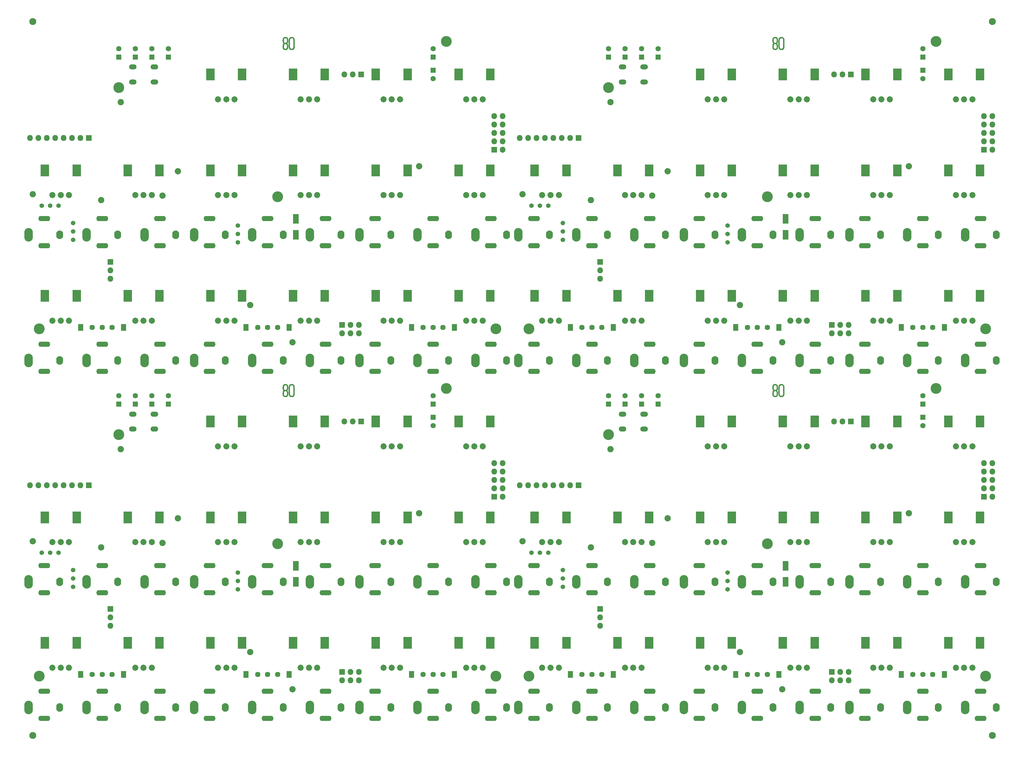
<source format=gts>
G04 #@! TF.FileFunction,Soldermask,Top*
%FSLAX46Y46*%
G04 Gerber Fmt 4.6, Leading zero omitted, Abs format (unit mm)*
G04 Created by KiCad (PCBNEW 4.0.2-stable) date 2018-11-15 11:45:17 AM*
%MOMM*%
G01*
G04 APERTURE LIST*
%ADD10C,0.200000*%
%ADD11C,0.010000*%
%ADD12C,1.370000*%
%ADD13R,1.800000X1.800000*%
%ADD14O,1.800000X1.800000*%
%ADD15C,1.900000*%
%ADD16R,1.700000X2.900000*%
%ADD17R,2.600000X3.600000*%
%ADD18C,1.850000*%
%ADD19O,2.600000X4.100000*%
%ADD20O,2.100000X2.600000*%
%ADD21O,3.600000X1.600000*%
%ADD22C,3.275000*%
%ADD23C,1.624000*%
%ADD24R,1.600000X2.100000*%
%ADD25R,1.600000X1.600000*%
%ADD26C,1.600000*%
%ADD27O,2.300000X1.500000*%
%ADD28O,2.350000X1.500000*%
%ADD29C,2.100000*%
G04 APERTURE END LIST*
D10*
D11*
G36*
X311452528Y-47647199D02*
X311562340Y-47662043D01*
X311665105Y-47688060D01*
X311757269Y-47725305D01*
X311758524Y-47725935D01*
X311849825Y-47780600D01*
X311929712Y-47847128D01*
X311998430Y-47926004D01*
X312056225Y-48017710D01*
X312103343Y-48122730D01*
X312140032Y-48241547D01*
X312166536Y-48374646D01*
X312183102Y-48522509D01*
X312185918Y-48565284D01*
X312189195Y-48666929D01*
X312188210Y-48774115D01*
X312183231Y-48880877D01*
X312174528Y-48981252D01*
X312163419Y-49063101D01*
X312150257Y-49127333D01*
X312131843Y-49197076D01*
X312109973Y-49266693D01*
X312086442Y-49330549D01*
X312063044Y-49383010D01*
X312059148Y-49390502D01*
X312036707Y-49428643D01*
X312008698Y-49470669D01*
X311978428Y-49512131D01*
X311949201Y-49548584D01*
X311924324Y-49575583D01*
X311916083Y-49582940D01*
X311891679Y-49602647D01*
X311931319Y-49644413D01*
X312003481Y-49733535D01*
X312063961Y-49836526D01*
X312112750Y-49953361D01*
X312149837Y-50084018D01*
X312164447Y-50157139D01*
X312175997Y-50242313D01*
X312183805Y-50340171D01*
X312187870Y-50445785D01*
X312188193Y-50554227D01*
X312184774Y-50660569D01*
X312177613Y-50759884D01*
X312166711Y-50847244D01*
X312164399Y-50861051D01*
X312133958Y-50995825D01*
X312092321Y-51116348D01*
X312039433Y-51222687D01*
X311975238Y-51314911D01*
X311899682Y-51393087D01*
X311812709Y-51457282D01*
X311714264Y-51507566D01*
X311610464Y-51542406D01*
X311561932Y-51551909D01*
X311500275Y-51559111D01*
X311430382Y-51563881D01*
X311357140Y-51566084D01*
X311285438Y-51565587D01*
X311220165Y-51562258D01*
X311166208Y-51555964D01*
X311159070Y-51554695D01*
X311044854Y-51525891D01*
X310942477Y-51484594D01*
X310851646Y-51430441D01*
X310772074Y-51363073D01*
X310703468Y-51282127D01*
X310645539Y-51187241D01*
X310597997Y-51078055D01*
X310560552Y-50954206D01*
X310532913Y-50815333D01*
X310525834Y-50765679D01*
X310521405Y-50718572D01*
X310518203Y-50657908D01*
X310516229Y-50588091D01*
X310516052Y-50570338D01*
X310862994Y-50570338D01*
X310864663Y-50644368D01*
X310868255Y-50709776D01*
X310873859Y-50762746D01*
X310874297Y-50765679D01*
X310896218Y-50875545D01*
X310926362Y-50969488D01*
X310965321Y-51048044D01*
X311013685Y-51111750D01*
X311072048Y-51161142D01*
X311140999Y-51196757D01*
X311221131Y-51219131D01*
X311313035Y-51228800D01*
X311384406Y-51228309D01*
X311440397Y-51223751D01*
X311493325Y-51215836D01*
X311534085Y-51206149D01*
X311604481Y-51178111D01*
X311663284Y-51140266D01*
X311711995Y-51090912D01*
X311752115Y-51028346D01*
X311785145Y-50950866D01*
X311799855Y-50904674D01*
X311815384Y-50843188D01*
X311826978Y-50778073D01*
X311834992Y-50705938D01*
X311839778Y-50623394D01*
X311841690Y-50527048D01*
X311841760Y-50502369D01*
X311838698Y-50368556D01*
X311829185Y-50250926D01*
X311812799Y-50148550D01*
X311789119Y-50060502D01*
X311757722Y-49985851D01*
X311718186Y-49923669D01*
X311670090Y-49873029D01*
X311613012Y-49833001D01*
X311546530Y-49802657D01*
X311519750Y-49793784D01*
X311469437Y-49783303D01*
X311407598Y-49777562D01*
X311340205Y-49776501D01*
X311273229Y-49780061D01*
X311212640Y-49788181D01*
X311174915Y-49797249D01*
X311101770Y-49827769D01*
X311039131Y-49871192D01*
X310986409Y-49928264D01*
X310943015Y-49999726D01*
X310908360Y-50086324D01*
X310888396Y-50158854D01*
X310880389Y-50204459D01*
X310873774Y-50264344D01*
X310868638Y-50334690D01*
X310865070Y-50411683D01*
X310863159Y-50491505D01*
X310862994Y-50570338D01*
X310516052Y-50570338D01*
X310515484Y-50513529D01*
X310515969Y-50438630D01*
X310517685Y-50367798D01*
X310520632Y-50305442D01*
X310524813Y-50255968D01*
X310525718Y-50248607D01*
X310550250Y-50104562D01*
X310584094Y-49975862D01*
X310627373Y-49862207D01*
X310680209Y-49763301D01*
X310742724Y-49678844D01*
X310771790Y-49647714D01*
X310810293Y-49609250D01*
X310769972Y-49566072D01*
X310705646Y-49487761D01*
X310651375Y-49400779D01*
X310606665Y-49303714D01*
X310571021Y-49195158D01*
X310543952Y-49073701D01*
X310524962Y-48937932D01*
X310516829Y-48842999D01*
X310513970Y-48764923D01*
X310862486Y-48764923D01*
X310863701Y-48837316D01*
X310866821Y-48900963D01*
X310870926Y-48944282D01*
X310888539Y-49047939D01*
X310913592Y-49140351D01*
X310945426Y-49219597D01*
X310983383Y-49283757D01*
X310990458Y-49293103D01*
X311033743Y-49335681D01*
X311090749Y-49372936D01*
X311157347Y-49402776D01*
X311229406Y-49423113D01*
X311256679Y-49427818D01*
X311310740Y-49432035D01*
X311373929Y-49431650D01*
X311438502Y-49427086D01*
X311496715Y-49418763D01*
X311520417Y-49413481D01*
X311593147Y-49387839D01*
X311654544Y-49351077D01*
X311705824Y-49301865D01*
X311748207Y-49238874D01*
X311782911Y-49160775D01*
X311799894Y-49108396D01*
X311815415Y-49046919D01*
X311827003Y-48981776D01*
X311835010Y-48909580D01*
X311839789Y-48826949D01*
X311841692Y-48730496D01*
X311841760Y-48706226D01*
X311840721Y-48612517D01*
X311837326Y-48532985D01*
X311831208Y-48463775D01*
X311822002Y-48401032D01*
X311809340Y-48340899D01*
X311805567Y-48325725D01*
X311776062Y-48234474D01*
X311737679Y-48158527D01*
X311689568Y-48097241D01*
X311630878Y-48049975D01*
X311560758Y-48016087D01*
X311478359Y-47994934D01*
X311382828Y-47985876D01*
X311354643Y-47985420D01*
X311282977Y-47987438D01*
X311223536Y-47994412D01*
X311170833Y-48007377D01*
X311119380Y-48027364D01*
X311110727Y-48031363D01*
X311048545Y-48070609D01*
X310994397Y-48125629D01*
X310948771Y-48195700D01*
X310912152Y-48280098D01*
X310888660Y-48361750D01*
X310880898Y-48406050D01*
X310874340Y-48464624D01*
X310869103Y-48533634D01*
X310865304Y-48609246D01*
X310863059Y-48687621D01*
X310862486Y-48764923D01*
X310513970Y-48764923D01*
X310512510Y-48725085D01*
X310514833Y-48604565D01*
X310523398Y-48485382D01*
X310537804Y-48371481D01*
X310557650Y-48266807D01*
X310582536Y-48175304D01*
X310585582Y-48166160D01*
X310612708Y-48096259D01*
X310645776Y-48026473D01*
X310681417Y-47963514D01*
X310704332Y-47929481D01*
X310744155Y-47882236D01*
X310794108Y-47833347D01*
X310848474Y-47787821D01*
X310901535Y-47750665D01*
X310922182Y-47738693D01*
X311013908Y-47698480D01*
X311116360Y-47669170D01*
X311225983Y-47650817D01*
X311339224Y-47643476D01*
X311452528Y-47647199D01*
X311452528Y-47647199D01*
G37*
X311452528Y-47647199D02*
X311562340Y-47662043D01*
X311665105Y-47688060D01*
X311757269Y-47725305D01*
X311758524Y-47725935D01*
X311849825Y-47780600D01*
X311929712Y-47847128D01*
X311998430Y-47926004D01*
X312056225Y-48017710D01*
X312103343Y-48122730D01*
X312140032Y-48241547D01*
X312166536Y-48374646D01*
X312183102Y-48522509D01*
X312185918Y-48565284D01*
X312189195Y-48666929D01*
X312188210Y-48774115D01*
X312183231Y-48880877D01*
X312174528Y-48981252D01*
X312163419Y-49063101D01*
X312150257Y-49127333D01*
X312131843Y-49197076D01*
X312109973Y-49266693D01*
X312086442Y-49330549D01*
X312063044Y-49383010D01*
X312059148Y-49390502D01*
X312036707Y-49428643D01*
X312008698Y-49470669D01*
X311978428Y-49512131D01*
X311949201Y-49548584D01*
X311924324Y-49575583D01*
X311916083Y-49582940D01*
X311891679Y-49602647D01*
X311931319Y-49644413D01*
X312003481Y-49733535D01*
X312063961Y-49836526D01*
X312112750Y-49953361D01*
X312149837Y-50084018D01*
X312164447Y-50157139D01*
X312175997Y-50242313D01*
X312183805Y-50340171D01*
X312187870Y-50445785D01*
X312188193Y-50554227D01*
X312184774Y-50660569D01*
X312177613Y-50759884D01*
X312166711Y-50847244D01*
X312164399Y-50861051D01*
X312133958Y-50995825D01*
X312092321Y-51116348D01*
X312039433Y-51222687D01*
X311975238Y-51314911D01*
X311899682Y-51393087D01*
X311812709Y-51457282D01*
X311714264Y-51507566D01*
X311610464Y-51542406D01*
X311561932Y-51551909D01*
X311500275Y-51559111D01*
X311430382Y-51563881D01*
X311357140Y-51566084D01*
X311285438Y-51565587D01*
X311220165Y-51562258D01*
X311166208Y-51555964D01*
X311159070Y-51554695D01*
X311044854Y-51525891D01*
X310942477Y-51484594D01*
X310851646Y-51430441D01*
X310772074Y-51363073D01*
X310703468Y-51282127D01*
X310645539Y-51187241D01*
X310597997Y-51078055D01*
X310560552Y-50954206D01*
X310532913Y-50815333D01*
X310525834Y-50765679D01*
X310521405Y-50718572D01*
X310518203Y-50657908D01*
X310516229Y-50588091D01*
X310516052Y-50570338D01*
X310862994Y-50570338D01*
X310864663Y-50644368D01*
X310868255Y-50709776D01*
X310873859Y-50762746D01*
X310874297Y-50765679D01*
X310896218Y-50875545D01*
X310926362Y-50969488D01*
X310965321Y-51048044D01*
X311013685Y-51111750D01*
X311072048Y-51161142D01*
X311140999Y-51196757D01*
X311221131Y-51219131D01*
X311313035Y-51228800D01*
X311384406Y-51228309D01*
X311440397Y-51223751D01*
X311493325Y-51215836D01*
X311534085Y-51206149D01*
X311604481Y-51178111D01*
X311663284Y-51140266D01*
X311711995Y-51090912D01*
X311752115Y-51028346D01*
X311785145Y-50950866D01*
X311799855Y-50904674D01*
X311815384Y-50843188D01*
X311826978Y-50778073D01*
X311834992Y-50705938D01*
X311839778Y-50623394D01*
X311841690Y-50527048D01*
X311841760Y-50502369D01*
X311838698Y-50368556D01*
X311829185Y-50250926D01*
X311812799Y-50148550D01*
X311789119Y-50060502D01*
X311757722Y-49985851D01*
X311718186Y-49923669D01*
X311670090Y-49873029D01*
X311613012Y-49833001D01*
X311546530Y-49802657D01*
X311519750Y-49793784D01*
X311469437Y-49783303D01*
X311407598Y-49777562D01*
X311340205Y-49776501D01*
X311273229Y-49780061D01*
X311212640Y-49788181D01*
X311174915Y-49797249D01*
X311101770Y-49827769D01*
X311039131Y-49871192D01*
X310986409Y-49928264D01*
X310943015Y-49999726D01*
X310908360Y-50086324D01*
X310888396Y-50158854D01*
X310880389Y-50204459D01*
X310873774Y-50264344D01*
X310868638Y-50334690D01*
X310865070Y-50411683D01*
X310863159Y-50491505D01*
X310862994Y-50570338D01*
X310516052Y-50570338D01*
X310515484Y-50513529D01*
X310515969Y-50438630D01*
X310517685Y-50367798D01*
X310520632Y-50305442D01*
X310524813Y-50255968D01*
X310525718Y-50248607D01*
X310550250Y-50104562D01*
X310584094Y-49975862D01*
X310627373Y-49862207D01*
X310680209Y-49763301D01*
X310742724Y-49678844D01*
X310771790Y-49647714D01*
X310810293Y-49609250D01*
X310769972Y-49566072D01*
X310705646Y-49487761D01*
X310651375Y-49400779D01*
X310606665Y-49303714D01*
X310571021Y-49195158D01*
X310543952Y-49073701D01*
X310524962Y-48937932D01*
X310516829Y-48842999D01*
X310513970Y-48764923D01*
X310862486Y-48764923D01*
X310863701Y-48837316D01*
X310866821Y-48900963D01*
X310870926Y-48944282D01*
X310888539Y-49047939D01*
X310913592Y-49140351D01*
X310945426Y-49219597D01*
X310983383Y-49283757D01*
X310990458Y-49293103D01*
X311033743Y-49335681D01*
X311090749Y-49372936D01*
X311157347Y-49402776D01*
X311229406Y-49423113D01*
X311256679Y-49427818D01*
X311310740Y-49432035D01*
X311373929Y-49431650D01*
X311438502Y-49427086D01*
X311496715Y-49418763D01*
X311520417Y-49413481D01*
X311593147Y-49387839D01*
X311654544Y-49351077D01*
X311705824Y-49301865D01*
X311748207Y-49238874D01*
X311782911Y-49160775D01*
X311799894Y-49108396D01*
X311815415Y-49046919D01*
X311827003Y-48981776D01*
X311835010Y-48909580D01*
X311839789Y-48826949D01*
X311841692Y-48730496D01*
X311841760Y-48706226D01*
X311840721Y-48612517D01*
X311837326Y-48532985D01*
X311831208Y-48463775D01*
X311822002Y-48401032D01*
X311809340Y-48340899D01*
X311805567Y-48325725D01*
X311776062Y-48234474D01*
X311737679Y-48158527D01*
X311689568Y-48097241D01*
X311630878Y-48049975D01*
X311560758Y-48016087D01*
X311478359Y-47994934D01*
X311382828Y-47985876D01*
X311354643Y-47985420D01*
X311282977Y-47987438D01*
X311223536Y-47994412D01*
X311170833Y-48007377D01*
X311119380Y-48027364D01*
X311110727Y-48031363D01*
X311048545Y-48070609D01*
X310994397Y-48125629D01*
X310948771Y-48195700D01*
X310912152Y-48280098D01*
X310888660Y-48361750D01*
X310880898Y-48406050D01*
X310874340Y-48464624D01*
X310869103Y-48533634D01*
X310865304Y-48609246D01*
X310863059Y-48687621D01*
X310862486Y-48764923D01*
X310513970Y-48764923D01*
X310512510Y-48725085D01*
X310514833Y-48604565D01*
X310523398Y-48485382D01*
X310537804Y-48371481D01*
X310557650Y-48266807D01*
X310582536Y-48175304D01*
X310585582Y-48166160D01*
X310612708Y-48096259D01*
X310645776Y-48026473D01*
X310681417Y-47963514D01*
X310704332Y-47929481D01*
X310744155Y-47882236D01*
X310794108Y-47833347D01*
X310848474Y-47787821D01*
X310901535Y-47750665D01*
X310922182Y-47738693D01*
X311013908Y-47698480D01*
X311116360Y-47669170D01*
X311225983Y-47650817D01*
X311339224Y-47643476D01*
X311452528Y-47647199D01*
G36*
X313296670Y-47646936D02*
X313365612Y-47650736D01*
X313427929Y-47656912D01*
X313478714Y-47665365D01*
X313481169Y-47665916D01*
X313598194Y-47700683D01*
X313703488Y-47748945D01*
X313797117Y-47810793D01*
X313879147Y-47886324D01*
X313949644Y-47975629D01*
X314008676Y-48078803D01*
X314056309Y-48195940D01*
X314092608Y-48327134D01*
X314117640Y-48472477D01*
X314128339Y-48580522D01*
X314130184Y-48617016D01*
X314131748Y-48671567D01*
X314133029Y-48744091D01*
X314134027Y-48834506D01*
X314134741Y-48942727D01*
X314135173Y-49068672D01*
X314135319Y-49212256D01*
X314135182Y-49373397D01*
X314134759Y-49552011D01*
X314134227Y-49704321D01*
X314133581Y-49862414D01*
X314132942Y-50003435D01*
X314132290Y-50128459D01*
X314131609Y-50238558D01*
X314130878Y-50334803D01*
X314130079Y-50418269D01*
X314129193Y-50490026D01*
X314128202Y-50551148D01*
X314127086Y-50602707D01*
X314125828Y-50645775D01*
X314124407Y-50681425D01*
X314122806Y-50710730D01*
X314121006Y-50734762D01*
X314118987Y-50754593D01*
X314116732Y-50771296D01*
X314115428Y-50779286D01*
X314090668Y-50901126D01*
X314060705Y-51007799D01*
X314024382Y-51101821D01*
X313980540Y-51185712D01*
X313928021Y-51261990D01*
X313865668Y-51333172D01*
X313856445Y-51342516D01*
X313776611Y-51413160D01*
X313691764Y-51469644D01*
X313600053Y-51512642D01*
X313499626Y-51542824D01*
X313388629Y-51560862D01*
X313265211Y-51567426D01*
X313235862Y-51567394D01*
X313186499Y-51566272D01*
X313137808Y-51564083D01*
X313095969Y-51561163D01*
X313070964Y-51558439D01*
X312971714Y-51536623D01*
X312872716Y-51500898D01*
X312779523Y-51453655D01*
X312698674Y-51398085D01*
X312617189Y-51320834D01*
X312546632Y-51229168D01*
X312486992Y-51123063D01*
X312438257Y-51002496D01*
X312400413Y-50867441D01*
X312384481Y-50788357D01*
X312382611Y-50774379D01*
X312380932Y-50754149D01*
X312379437Y-50726790D01*
X312378115Y-50691424D01*
X312376957Y-50647170D01*
X312375956Y-50593152D01*
X312375101Y-50528490D01*
X312374384Y-50452306D01*
X312373796Y-50363721D01*
X312373328Y-50261857D01*
X312372970Y-50145835D01*
X312372715Y-50014777D01*
X312372553Y-49867804D01*
X312372475Y-49704037D01*
X312372466Y-49617715D01*
X312703339Y-49617715D01*
X312703397Y-49741733D01*
X312703596Y-49864039D01*
X312703936Y-49983105D01*
X312704419Y-50097404D01*
X312705044Y-50205411D01*
X312705811Y-50305598D01*
X312706722Y-50396439D01*
X312707776Y-50476408D01*
X312708973Y-50543977D01*
X312710315Y-50597620D01*
X312711801Y-50635810D01*
X312713031Y-50653592D01*
X312730534Y-50775636D01*
X312757098Y-50882218D01*
X312793051Y-50973776D01*
X312838720Y-51050750D01*
X312894433Y-51113582D01*
X312960518Y-51162709D01*
X313037302Y-51198573D01*
X313125112Y-51221613D01*
X313137821Y-51223763D01*
X313199800Y-51229351D01*
X313269938Y-51228784D01*
X313341229Y-51222586D01*
X313406670Y-51211279D01*
X313444451Y-51200873D01*
X313520711Y-51168185D01*
X313586183Y-51124423D01*
X313641594Y-51068565D01*
X313687671Y-50999590D01*
X313725141Y-50916477D01*
X313754730Y-50818203D01*
X313770712Y-50742242D01*
X313773243Y-50726744D01*
X313775502Y-50709141D01*
X313777509Y-50688316D01*
X313779285Y-50663149D01*
X313780851Y-50632524D01*
X313782228Y-50595323D01*
X313783437Y-50550426D01*
X313784500Y-50496718D01*
X313785437Y-50433078D01*
X313786268Y-50358391D01*
X313787016Y-50271537D01*
X313787701Y-50171399D01*
X313788344Y-50056859D01*
X313788966Y-49926799D01*
X313789589Y-49780100D01*
X313789808Y-49725257D01*
X313790421Y-49548781D01*
X313790782Y-49389445D01*
X313790871Y-49246248D01*
X313790664Y-49118190D01*
X313790141Y-49004269D01*
X313789279Y-48903484D01*
X313788057Y-48814834D01*
X313786453Y-48737319D01*
X313784445Y-48669936D01*
X313782011Y-48611685D01*
X313779130Y-48561565D01*
X313775779Y-48518575D01*
X313771938Y-48481714D01*
X313767584Y-48449980D01*
X313762696Y-48422374D01*
X313761326Y-48415710D01*
X313734128Y-48313582D01*
X313698622Y-48226917D01*
X313653988Y-48154652D01*
X313599404Y-48095724D01*
X313534050Y-48049070D01*
X313457104Y-48013626D01*
X313448414Y-48010545D01*
X313423305Y-48002528D01*
X313399374Y-47996894D01*
X313372676Y-47993256D01*
X313339269Y-47991226D01*
X313295209Y-47990419D01*
X313243322Y-47990416D01*
X313185957Y-47990950D01*
X313142928Y-47992271D01*
X313110433Y-47994771D01*
X313084667Y-47998842D01*
X313061829Y-48004875D01*
X313044475Y-48010869D01*
X312982955Y-48037082D01*
X312932870Y-48067224D01*
X312887518Y-48105624D01*
X312869866Y-48123560D01*
X312820414Y-48187079D01*
X312780088Y-48263751D01*
X312748585Y-48354409D01*
X312725599Y-48459887D01*
X312713530Y-48551558D01*
X312711921Y-48577058D01*
X312710449Y-48619164D01*
X312709115Y-48676349D01*
X312707918Y-48747088D01*
X312706859Y-48829853D01*
X312705938Y-48923118D01*
X312705156Y-49025357D01*
X312704513Y-49135041D01*
X312704010Y-49250646D01*
X312703646Y-49370645D01*
X312703422Y-49493509D01*
X312703339Y-49617715D01*
X312372466Y-49617715D01*
X312372464Y-49609071D01*
X312372458Y-49437467D01*
X312372469Y-49282957D01*
X312372548Y-49144496D01*
X312372742Y-49021034D01*
X312373099Y-48911525D01*
X312373667Y-48814921D01*
X312374496Y-48730174D01*
X312375633Y-48656237D01*
X312377126Y-48592062D01*
X312379025Y-48536601D01*
X312381376Y-48488808D01*
X312384229Y-48447634D01*
X312387631Y-48412032D01*
X312391632Y-48380955D01*
X312396279Y-48353354D01*
X312401620Y-48328182D01*
X312407704Y-48304391D01*
X312414579Y-48280935D01*
X312422294Y-48256765D01*
X312430896Y-48230834D01*
X312436811Y-48213067D01*
X312484087Y-48093367D01*
X312541892Y-47988342D01*
X312610694Y-47897570D01*
X312690964Y-47820627D01*
X312783169Y-47757091D01*
X312887779Y-47706538D01*
X313005263Y-47668546D01*
X313052822Y-47657432D01*
X313099180Y-47650759D01*
X313158546Y-47646850D01*
X313226012Y-47645608D01*
X313296670Y-47646936D01*
X313296670Y-47646936D01*
G37*
X313296670Y-47646936D02*
X313365612Y-47650736D01*
X313427929Y-47656912D01*
X313478714Y-47665365D01*
X313481169Y-47665916D01*
X313598194Y-47700683D01*
X313703488Y-47748945D01*
X313797117Y-47810793D01*
X313879147Y-47886324D01*
X313949644Y-47975629D01*
X314008676Y-48078803D01*
X314056309Y-48195940D01*
X314092608Y-48327134D01*
X314117640Y-48472477D01*
X314128339Y-48580522D01*
X314130184Y-48617016D01*
X314131748Y-48671567D01*
X314133029Y-48744091D01*
X314134027Y-48834506D01*
X314134741Y-48942727D01*
X314135173Y-49068672D01*
X314135319Y-49212256D01*
X314135182Y-49373397D01*
X314134759Y-49552011D01*
X314134227Y-49704321D01*
X314133581Y-49862414D01*
X314132942Y-50003435D01*
X314132290Y-50128459D01*
X314131609Y-50238558D01*
X314130878Y-50334803D01*
X314130079Y-50418269D01*
X314129193Y-50490026D01*
X314128202Y-50551148D01*
X314127086Y-50602707D01*
X314125828Y-50645775D01*
X314124407Y-50681425D01*
X314122806Y-50710730D01*
X314121006Y-50734762D01*
X314118987Y-50754593D01*
X314116732Y-50771296D01*
X314115428Y-50779286D01*
X314090668Y-50901126D01*
X314060705Y-51007799D01*
X314024382Y-51101821D01*
X313980540Y-51185712D01*
X313928021Y-51261990D01*
X313865668Y-51333172D01*
X313856445Y-51342516D01*
X313776611Y-51413160D01*
X313691764Y-51469644D01*
X313600053Y-51512642D01*
X313499626Y-51542824D01*
X313388629Y-51560862D01*
X313265211Y-51567426D01*
X313235862Y-51567394D01*
X313186499Y-51566272D01*
X313137808Y-51564083D01*
X313095969Y-51561163D01*
X313070964Y-51558439D01*
X312971714Y-51536623D01*
X312872716Y-51500898D01*
X312779523Y-51453655D01*
X312698674Y-51398085D01*
X312617189Y-51320834D01*
X312546632Y-51229168D01*
X312486992Y-51123063D01*
X312438257Y-51002496D01*
X312400413Y-50867441D01*
X312384481Y-50788357D01*
X312382611Y-50774379D01*
X312380932Y-50754149D01*
X312379437Y-50726790D01*
X312378115Y-50691424D01*
X312376957Y-50647170D01*
X312375956Y-50593152D01*
X312375101Y-50528490D01*
X312374384Y-50452306D01*
X312373796Y-50363721D01*
X312373328Y-50261857D01*
X312372970Y-50145835D01*
X312372715Y-50014777D01*
X312372553Y-49867804D01*
X312372475Y-49704037D01*
X312372466Y-49617715D01*
X312703339Y-49617715D01*
X312703397Y-49741733D01*
X312703596Y-49864039D01*
X312703936Y-49983105D01*
X312704419Y-50097404D01*
X312705044Y-50205411D01*
X312705811Y-50305598D01*
X312706722Y-50396439D01*
X312707776Y-50476408D01*
X312708973Y-50543977D01*
X312710315Y-50597620D01*
X312711801Y-50635810D01*
X312713031Y-50653592D01*
X312730534Y-50775636D01*
X312757098Y-50882218D01*
X312793051Y-50973776D01*
X312838720Y-51050750D01*
X312894433Y-51113582D01*
X312960518Y-51162709D01*
X313037302Y-51198573D01*
X313125112Y-51221613D01*
X313137821Y-51223763D01*
X313199800Y-51229351D01*
X313269938Y-51228784D01*
X313341229Y-51222586D01*
X313406670Y-51211279D01*
X313444451Y-51200873D01*
X313520711Y-51168185D01*
X313586183Y-51124423D01*
X313641594Y-51068565D01*
X313687671Y-50999590D01*
X313725141Y-50916477D01*
X313754730Y-50818203D01*
X313770712Y-50742242D01*
X313773243Y-50726744D01*
X313775502Y-50709141D01*
X313777509Y-50688316D01*
X313779285Y-50663149D01*
X313780851Y-50632524D01*
X313782228Y-50595323D01*
X313783437Y-50550426D01*
X313784500Y-50496718D01*
X313785437Y-50433078D01*
X313786268Y-50358391D01*
X313787016Y-50271537D01*
X313787701Y-50171399D01*
X313788344Y-50056859D01*
X313788966Y-49926799D01*
X313789589Y-49780100D01*
X313789808Y-49725257D01*
X313790421Y-49548781D01*
X313790782Y-49389445D01*
X313790871Y-49246248D01*
X313790664Y-49118190D01*
X313790141Y-49004269D01*
X313789279Y-48903484D01*
X313788057Y-48814834D01*
X313786453Y-48737319D01*
X313784445Y-48669936D01*
X313782011Y-48611685D01*
X313779130Y-48561565D01*
X313775779Y-48518575D01*
X313771938Y-48481714D01*
X313767584Y-48449980D01*
X313762696Y-48422374D01*
X313761326Y-48415710D01*
X313734128Y-48313582D01*
X313698622Y-48226917D01*
X313653988Y-48154652D01*
X313599404Y-48095724D01*
X313534050Y-48049070D01*
X313457104Y-48013626D01*
X313448414Y-48010545D01*
X313423305Y-48002528D01*
X313399374Y-47996894D01*
X313372676Y-47993256D01*
X313339269Y-47991226D01*
X313295209Y-47990419D01*
X313243322Y-47990416D01*
X313185957Y-47990950D01*
X313142928Y-47992271D01*
X313110433Y-47994771D01*
X313084667Y-47998842D01*
X313061829Y-48004875D01*
X313044475Y-48010869D01*
X312982955Y-48037082D01*
X312932870Y-48067224D01*
X312887518Y-48105624D01*
X312869866Y-48123560D01*
X312820414Y-48187079D01*
X312780088Y-48263751D01*
X312748585Y-48354409D01*
X312725599Y-48459887D01*
X312713530Y-48551558D01*
X312711921Y-48577058D01*
X312710449Y-48619164D01*
X312709115Y-48676349D01*
X312707918Y-48747088D01*
X312706859Y-48829853D01*
X312705938Y-48923118D01*
X312705156Y-49025357D01*
X312704513Y-49135041D01*
X312704010Y-49250646D01*
X312703646Y-49370645D01*
X312703422Y-49493509D01*
X312703339Y-49617715D01*
X312372466Y-49617715D01*
X312372464Y-49609071D01*
X312372458Y-49437467D01*
X312372469Y-49282957D01*
X312372548Y-49144496D01*
X312372742Y-49021034D01*
X312373099Y-48911525D01*
X312373667Y-48814921D01*
X312374496Y-48730174D01*
X312375633Y-48656237D01*
X312377126Y-48592062D01*
X312379025Y-48536601D01*
X312381376Y-48488808D01*
X312384229Y-48447634D01*
X312387631Y-48412032D01*
X312391632Y-48380955D01*
X312396279Y-48353354D01*
X312401620Y-48328182D01*
X312407704Y-48304391D01*
X312414579Y-48280935D01*
X312422294Y-48256765D01*
X312430896Y-48230834D01*
X312436811Y-48213067D01*
X312484087Y-48093367D01*
X312541892Y-47988342D01*
X312610694Y-47897570D01*
X312690964Y-47820627D01*
X312783169Y-47757091D01*
X312887779Y-47706538D01*
X313005263Y-47668546D01*
X313052822Y-47657432D01*
X313099180Y-47650759D01*
X313158546Y-47646850D01*
X313226012Y-47645608D01*
X313296670Y-47646936D01*
G36*
X163452528Y-152647199D02*
X163562340Y-152662043D01*
X163665105Y-152688060D01*
X163757269Y-152725305D01*
X163758524Y-152725935D01*
X163849825Y-152780600D01*
X163929712Y-152847128D01*
X163998430Y-152926004D01*
X164056225Y-153017710D01*
X164103343Y-153122730D01*
X164140032Y-153241547D01*
X164166536Y-153374646D01*
X164183102Y-153522509D01*
X164185918Y-153565284D01*
X164189195Y-153666929D01*
X164188210Y-153774115D01*
X164183231Y-153880877D01*
X164174528Y-153981252D01*
X164163419Y-154063101D01*
X164150257Y-154127333D01*
X164131843Y-154197076D01*
X164109973Y-154266693D01*
X164086442Y-154330549D01*
X164063044Y-154383010D01*
X164059148Y-154390502D01*
X164036707Y-154428643D01*
X164008698Y-154470669D01*
X163978428Y-154512131D01*
X163949201Y-154548584D01*
X163924324Y-154575583D01*
X163916083Y-154582940D01*
X163891679Y-154602647D01*
X163931319Y-154644413D01*
X164003481Y-154733535D01*
X164063961Y-154836526D01*
X164112750Y-154953361D01*
X164149837Y-155084018D01*
X164164447Y-155157139D01*
X164175997Y-155242313D01*
X164183805Y-155340171D01*
X164187870Y-155445785D01*
X164188193Y-155554227D01*
X164184774Y-155660569D01*
X164177613Y-155759884D01*
X164166711Y-155847244D01*
X164164399Y-155861051D01*
X164133958Y-155995825D01*
X164092321Y-156116348D01*
X164039433Y-156222687D01*
X163975238Y-156314911D01*
X163899682Y-156393087D01*
X163812709Y-156457282D01*
X163714264Y-156507566D01*
X163610464Y-156542406D01*
X163561932Y-156551909D01*
X163500275Y-156559111D01*
X163430382Y-156563881D01*
X163357140Y-156566084D01*
X163285438Y-156565587D01*
X163220165Y-156562258D01*
X163166208Y-156555964D01*
X163159070Y-156554695D01*
X163044854Y-156525891D01*
X162942477Y-156484594D01*
X162851646Y-156430441D01*
X162772074Y-156363073D01*
X162703468Y-156282127D01*
X162645539Y-156187241D01*
X162597997Y-156078055D01*
X162560552Y-155954206D01*
X162532913Y-155815333D01*
X162525834Y-155765679D01*
X162521405Y-155718572D01*
X162518203Y-155657908D01*
X162516229Y-155588091D01*
X162516052Y-155570338D01*
X162862994Y-155570338D01*
X162864663Y-155644368D01*
X162868255Y-155709776D01*
X162873859Y-155762746D01*
X162874297Y-155765679D01*
X162896218Y-155875545D01*
X162926362Y-155969488D01*
X162965321Y-156048044D01*
X163013685Y-156111750D01*
X163072048Y-156161142D01*
X163140999Y-156196757D01*
X163221131Y-156219131D01*
X163313035Y-156228800D01*
X163384406Y-156228309D01*
X163440397Y-156223751D01*
X163493325Y-156215836D01*
X163534085Y-156206149D01*
X163604481Y-156178111D01*
X163663284Y-156140266D01*
X163711995Y-156090912D01*
X163752115Y-156028346D01*
X163785145Y-155950866D01*
X163799855Y-155904674D01*
X163815384Y-155843188D01*
X163826978Y-155778073D01*
X163834992Y-155705938D01*
X163839778Y-155623394D01*
X163841690Y-155527048D01*
X163841760Y-155502369D01*
X163838698Y-155368556D01*
X163829185Y-155250926D01*
X163812799Y-155148550D01*
X163789119Y-155060502D01*
X163757722Y-154985851D01*
X163718186Y-154923669D01*
X163670090Y-154873029D01*
X163613012Y-154833001D01*
X163546530Y-154802657D01*
X163519750Y-154793784D01*
X163469437Y-154783303D01*
X163407598Y-154777562D01*
X163340205Y-154776501D01*
X163273229Y-154780061D01*
X163212640Y-154788181D01*
X163174915Y-154797249D01*
X163101770Y-154827769D01*
X163039131Y-154871192D01*
X162986409Y-154928264D01*
X162943015Y-154999726D01*
X162908360Y-155086324D01*
X162888396Y-155158854D01*
X162880389Y-155204459D01*
X162873774Y-155264344D01*
X162868638Y-155334690D01*
X162865070Y-155411683D01*
X162863159Y-155491505D01*
X162862994Y-155570338D01*
X162516052Y-155570338D01*
X162515484Y-155513529D01*
X162515969Y-155438630D01*
X162517685Y-155367798D01*
X162520632Y-155305442D01*
X162524813Y-155255968D01*
X162525718Y-155248607D01*
X162550250Y-155104562D01*
X162584094Y-154975862D01*
X162627373Y-154862207D01*
X162680209Y-154763301D01*
X162742724Y-154678844D01*
X162771790Y-154647714D01*
X162810293Y-154609250D01*
X162769972Y-154566072D01*
X162705646Y-154487761D01*
X162651375Y-154400779D01*
X162606665Y-154303714D01*
X162571021Y-154195158D01*
X162543952Y-154073701D01*
X162524962Y-153937932D01*
X162516829Y-153842999D01*
X162513970Y-153764923D01*
X162862486Y-153764923D01*
X162863701Y-153837316D01*
X162866821Y-153900963D01*
X162870926Y-153944282D01*
X162888539Y-154047939D01*
X162913592Y-154140351D01*
X162945426Y-154219597D01*
X162983383Y-154283757D01*
X162990458Y-154293103D01*
X163033743Y-154335681D01*
X163090749Y-154372936D01*
X163157347Y-154402776D01*
X163229406Y-154423113D01*
X163256679Y-154427818D01*
X163310740Y-154432035D01*
X163373929Y-154431650D01*
X163438502Y-154427086D01*
X163496715Y-154418763D01*
X163520417Y-154413481D01*
X163593147Y-154387839D01*
X163654544Y-154351077D01*
X163705824Y-154301865D01*
X163748207Y-154238874D01*
X163782911Y-154160775D01*
X163799894Y-154108396D01*
X163815415Y-154046919D01*
X163827003Y-153981776D01*
X163835010Y-153909580D01*
X163839789Y-153826949D01*
X163841692Y-153730496D01*
X163841760Y-153706226D01*
X163840721Y-153612517D01*
X163837326Y-153532985D01*
X163831208Y-153463775D01*
X163822002Y-153401032D01*
X163809340Y-153340899D01*
X163805567Y-153325725D01*
X163776062Y-153234474D01*
X163737679Y-153158527D01*
X163689568Y-153097241D01*
X163630878Y-153049975D01*
X163560758Y-153016087D01*
X163478359Y-152994934D01*
X163382828Y-152985876D01*
X163354643Y-152985420D01*
X163282977Y-152987438D01*
X163223536Y-152994412D01*
X163170833Y-153007377D01*
X163119380Y-153027364D01*
X163110727Y-153031363D01*
X163048545Y-153070609D01*
X162994397Y-153125629D01*
X162948771Y-153195700D01*
X162912152Y-153280098D01*
X162888660Y-153361750D01*
X162880898Y-153406050D01*
X162874340Y-153464624D01*
X162869103Y-153533634D01*
X162865304Y-153609246D01*
X162863059Y-153687621D01*
X162862486Y-153764923D01*
X162513970Y-153764923D01*
X162512510Y-153725085D01*
X162514833Y-153604565D01*
X162523398Y-153485382D01*
X162537804Y-153371481D01*
X162557650Y-153266807D01*
X162582536Y-153175304D01*
X162585582Y-153166160D01*
X162612708Y-153096259D01*
X162645776Y-153026473D01*
X162681417Y-152963514D01*
X162704332Y-152929481D01*
X162744155Y-152882236D01*
X162794108Y-152833347D01*
X162848474Y-152787821D01*
X162901535Y-152750665D01*
X162922182Y-152738693D01*
X163013908Y-152698480D01*
X163116360Y-152669170D01*
X163225983Y-152650817D01*
X163339224Y-152643476D01*
X163452528Y-152647199D01*
X163452528Y-152647199D01*
G37*
X163452528Y-152647199D02*
X163562340Y-152662043D01*
X163665105Y-152688060D01*
X163757269Y-152725305D01*
X163758524Y-152725935D01*
X163849825Y-152780600D01*
X163929712Y-152847128D01*
X163998430Y-152926004D01*
X164056225Y-153017710D01*
X164103343Y-153122730D01*
X164140032Y-153241547D01*
X164166536Y-153374646D01*
X164183102Y-153522509D01*
X164185918Y-153565284D01*
X164189195Y-153666929D01*
X164188210Y-153774115D01*
X164183231Y-153880877D01*
X164174528Y-153981252D01*
X164163419Y-154063101D01*
X164150257Y-154127333D01*
X164131843Y-154197076D01*
X164109973Y-154266693D01*
X164086442Y-154330549D01*
X164063044Y-154383010D01*
X164059148Y-154390502D01*
X164036707Y-154428643D01*
X164008698Y-154470669D01*
X163978428Y-154512131D01*
X163949201Y-154548584D01*
X163924324Y-154575583D01*
X163916083Y-154582940D01*
X163891679Y-154602647D01*
X163931319Y-154644413D01*
X164003481Y-154733535D01*
X164063961Y-154836526D01*
X164112750Y-154953361D01*
X164149837Y-155084018D01*
X164164447Y-155157139D01*
X164175997Y-155242313D01*
X164183805Y-155340171D01*
X164187870Y-155445785D01*
X164188193Y-155554227D01*
X164184774Y-155660569D01*
X164177613Y-155759884D01*
X164166711Y-155847244D01*
X164164399Y-155861051D01*
X164133958Y-155995825D01*
X164092321Y-156116348D01*
X164039433Y-156222687D01*
X163975238Y-156314911D01*
X163899682Y-156393087D01*
X163812709Y-156457282D01*
X163714264Y-156507566D01*
X163610464Y-156542406D01*
X163561932Y-156551909D01*
X163500275Y-156559111D01*
X163430382Y-156563881D01*
X163357140Y-156566084D01*
X163285438Y-156565587D01*
X163220165Y-156562258D01*
X163166208Y-156555964D01*
X163159070Y-156554695D01*
X163044854Y-156525891D01*
X162942477Y-156484594D01*
X162851646Y-156430441D01*
X162772074Y-156363073D01*
X162703468Y-156282127D01*
X162645539Y-156187241D01*
X162597997Y-156078055D01*
X162560552Y-155954206D01*
X162532913Y-155815333D01*
X162525834Y-155765679D01*
X162521405Y-155718572D01*
X162518203Y-155657908D01*
X162516229Y-155588091D01*
X162516052Y-155570338D01*
X162862994Y-155570338D01*
X162864663Y-155644368D01*
X162868255Y-155709776D01*
X162873859Y-155762746D01*
X162874297Y-155765679D01*
X162896218Y-155875545D01*
X162926362Y-155969488D01*
X162965321Y-156048044D01*
X163013685Y-156111750D01*
X163072048Y-156161142D01*
X163140999Y-156196757D01*
X163221131Y-156219131D01*
X163313035Y-156228800D01*
X163384406Y-156228309D01*
X163440397Y-156223751D01*
X163493325Y-156215836D01*
X163534085Y-156206149D01*
X163604481Y-156178111D01*
X163663284Y-156140266D01*
X163711995Y-156090912D01*
X163752115Y-156028346D01*
X163785145Y-155950866D01*
X163799855Y-155904674D01*
X163815384Y-155843188D01*
X163826978Y-155778073D01*
X163834992Y-155705938D01*
X163839778Y-155623394D01*
X163841690Y-155527048D01*
X163841760Y-155502369D01*
X163838698Y-155368556D01*
X163829185Y-155250926D01*
X163812799Y-155148550D01*
X163789119Y-155060502D01*
X163757722Y-154985851D01*
X163718186Y-154923669D01*
X163670090Y-154873029D01*
X163613012Y-154833001D01*
X163546530Y-154802657D01*
X163519750Y-154793784D01*
X163469437Y-154783303D01*
X163407598Y-154777562D01*
X163340205Y-154776501D01*
X163273229Y-154780061D01*
X163212640Y-154788181D01*
X163174915Y-154797249D01*
X163101770Y-154827769D01*
X163039131Y-154871192D01*
X162986409Y-154928264D01*
X162943015Y-154999726D01*
X162908360Y-155086324D01*
X162888396Y-155158854D01*
X162880389Y-155204459D01*
X162873774Y-155264344D01*
X162868638Y-155334690D01*
X162865070Y-155411683D01*
X162863159Y-155491505D01*
X162862994Y-155570338D01*
X162516052Y-155570338D01*
X162515484Y-155513529D01*
X162515969Y-155438630D01*
X162517685Y-155367798D01*
X162520632Y-155305442D01*
X162524813Y-155255968D01*
X162525718Y-155248607D01*
X162550250Y-155104562D01*
X162584094Y-154975862D01*
X162627373Y-154862207D01*
X162680209Y-154763301D01*
X162742724Y-154678844D01*
X162771790Y-154647714D01*
X162810293Y-154609250D01*
X162769972Y-154566072D01*
X162705646Y-154487761D01*
X162651375Y-154400779D01*
X162606665Y-154303714D01*
X162571021Y-154195158D01*
X162543952Y-154073701D01*
X162524962Y-153937932D01*
X162516829Y-153842999D01*
X162513970Y-153764923D01*
X162862486Y-153764923D01*
X162863701Y-153837316D01*
X162866821Y-153900963D01*
X162870926Y-153944282D01*
X162888539Y-154047939D01*
X162913592Y-154140351D01*
X162945426Y-154219597D01*
X162983383Y-154283757D01*
X162990458Y-154293103D01*
X163033743Y-154335681D01*
X163090749Y-154372936D01*
X163157347Y-154402776D01*
X163229406Y-154423113D01*
X163256679Y-154427818D01*
X163310740Y-154432035D01*
X163373929Y-154431650D01*
X163438502Y-154427086D01*
X163496715Y-154418763D01*
X163520417Y-154413481D01*
X163593147Y-154387839D01*
X163654544Y-154351077D01*
X163705824Y-154301865D01*
X163748207Y-154238874D01*
X163782911Y-154160775D01*
X163799894Y-154108396D01*
X163815415Y-154046919D01*
X163827003Y-153981776D01*
X163835010Y-153909580D01*
X163839789Y-153826949D01*
X163841692Y-153730496D01*
X163841760Y-153706226D01*
X163840721Y-153612517D01*
X163837326Y-153532985D01*
X163831208Y-153463775D01*
X163822002Y-153401032D01*
X163809340Y-153340899D01*
X163805567Y-153325725D01*
X163776062Y-153234474D01*
X163737679Y-153158527D01*
X163689568Y-153097241D01*
X163630878Y-153049975D01*
X163560758Y-153016087D01*
X163478359Y-152994934D01*
X163382828Y-152985876D01*
X163354643Y-152985420D01*
X163282977Y-152987438D01*
X163223536Y-152994412D01*
X163170833Y-153007377D01*
X163119380Y-153027364D01*
X163110727Y-153031363D01*
X163048545Y-153070609D01*
X162994397Y-153125629D01*
X162948771Y-153195700D01*
X162912152Y-153280098D01*
X162888660Y-153361750D01*
X162880898Y-153406050D01*
X162874340Y-153464624D01*
X162869103Y-153533634D01*
X162865304Y-153609246D01*
X162863059Y-153687621D01*
X162862486Y-153764923D01*
X162513970Y-153764923D01*
X162512510Y-153725085D01*
X162514833Y-153604565D01*
X162523398Y-153485382D01*
X162537804Y-153371481D01*
X162557650Y-153266807D01*
X162582536Y-153175304D01*
X162585582Y-153166160D01*
X162612708Y-153096259D01*
X162645776Y-153026473D01*
X162681417Y-152963514D01*
X162704332Y-152929481D01*
X162744155Y-152882236D01*
X162794108Y-152833347D01*
X162848474Y-152787821D01*
X162901535Y-152750665D01*
X162922182Y-152738693D01*
X163013908Y-152698480D01*
X163116360Y-152669170D01*
X163225983Y-152650817D01*
X163339224Y-152643476D01*
X163452528Y-152647199D01*
G36*
X165296670Y-152646936D02*
X165365612Y-152650736D01*
X165427929Y-152656912D01*
X165478714Y-152665365D01*
X165481169Y-152665916D01*
X165598194Y-152700683D01*
X165703488Y-152748945D01*
X165797117Y-152810793D01*
X165879147Y-152886324D01*
X165949644Y-152975629D01*
X166008676Y-153078803D01*
X166056309Y-153195940D01*
X166092608Y-153327134D01*
X166117640Y-153472477D01*
X166128339Y-153580522D01*
X166130184Y-153617016D01*
X166131748Y-153671567D01*
X166133029Y-153744091D01*
X166134027Y-153834506D01*
X166134741Y-153942727D01*
X166135173Y-154068672D01*
X166135319Y-154212256D01*
X166135182Y-154373397D01*
X166134759Y-154552011D01*
X166134227Y-154704321D01*
X166133581Y-154862414D01*
X166132942Y-155003435D01*
X166132290Y-155128459D01*
X166131609Y-155238558D01*
X166130878Y-155334803D01*
X166130079Y-155418269D01*
X166129193Y-155490026D01*
X166128202Y-155551148D01*
X166127086Y-155602707D01*
X166125828Y-155645775D01*
X166124407Y-155681425D01*
X166122806Y-155710730D01*
X166121006Y-155734762D01*
X166118987Y-155754593D01*
X166116732Y-155771296D01*
X166115428Y-155779286D01*
X166090668Y-155901126D01*
X166060705Y-156007799D01*
X166024382Y-156101821D01*
X165980540Y-156185712D01*
X165928021Y-156261990D01*
X165865668Y-156333172D01*
X165856445Y-156342516D01*
X165776611Y-156413160D01*
X165691764Y-156469644D01*
X165600053Y-156512642D01*
X165499626Y-156542824D01*
X165388629Y-156560862D01*
X165265211Y-156567426D01*
X165235862Y-156567394D01*
X165186499Y-156566272D01*
X165137808Y-156564083D01*
X165095969Y-156561163D01*
X165070964Y-156558439D01*
X164971714Y-156536623D01*
X164872716Y-156500898D01*
X164779523Y-156453655D01*
X164698674Y-156398085D01*
X164617189Y-156320834D01*
X164546632Y-156229168D01*
X164486992Y-156123063D01*
X164438257Y-156002496D01*
X164400413Y-155867441D01*
X164384481Y-155788357D01*
X164382611Y-155774379D01*
X164380932Y-155754149D01*
X164379437Y-155726790D01*
X164378115Y-155691424D01*
X164376957Y-155647170D01*
X164375956Y-155593152D01*
X164375101Y-155528490D01*
X164374384Y-155452306D01*
X164373796Y-155363721D01*
X164373328Y-155261857D01*
X164372970Y-155145835D01*
X164372715Y-155014777D01*
X164372553Y-154867804D01*
X164372475Y-154704037D01*
X164372466Y-154617715D01*
X164703339Y-154617715D01*
X164703397Y-154741733D01*
X164703596Y-154864039D01*
X164703936Y-154983105D01*
X164704419Y-155097404D01*
X164705044Y-155205411D01*
X164705811Y-155305598D01*
X164706722Y-155396439D01*
X164707776Y-155476408D01*
X164708973Y-155543977D01*
X164710315Y-155597620D01*
X164711801Y-155635810D01*
X164713031Y-155653592D01*
X164730534Y-155775636D01*
X164757098Y-155882218D01*
X164793051Y-155973776D01*
X164838720Y-156050750D01*
X164894433Y-156113582D01*
X164960518Y-156162709D01*
X165037302Y-156198573D01*
X165125112Y-156221613D01*
X165137821Y-156223763D01*
X165199800Y-156229351D01*
X165269938Y-156228784D01*
X165341229Y-156222586D01*
X165406670Y-156211279D01*
X165444451Y-156200873D01*
X165520711Y-156168185D01*
X165586183Y-156124423D01*
X165641594Y-156068565D01*
X165687671Y-155999590D01*
X165725141Y-155916477D01*
X165754730Y-155818203D01*
X165770712Y-155742242D01*
X165773243Y-155726744D01*
X165775502Y-155709141D01*
X165777509Y-155688316D01*
X165779285Y-155663149D01*
X165780851Y-155632524D01*
X165782228Y-155595323D01*
X165783437Y-155550426D01*
X165784500Y-155496718D01*
X165785437Y-155433078D01*
X165786268Y-155358391D01*
X165787016Y-155271537D01*
X165787701Y-155171399D01*
X165788344Y-155056859D01*
X165788966Y-154926799D01*
X165789589Y-154780100D01*
X165789808Y-154725257D01*
X165790421Y-154548781D01*
X165790782Y-154389445D01*
X165790871Y-154246248D01*
X165790664Y-154118190D01*
X165790141Y-154004269D01*
X165789279Y-153903484D01*
X165788057Y-153814834D01*
X165786453Y-153737319D01*
X165784445Y-153669936D01*
X165782011Y-153611685D01*
X165779130Y-153561565D01*
X165775779Y-153518575D01*
X165771938Y-153481714D01*
X165767584Y-153449980D01*
X165762696Y-153422374D01*
X165761326Y-153415710D01*
X165734128Y-153313582D01*
X165698622Y-153226917D01*
X165653988Y-153154652D01*
X165599404Y-153095724D01*
X165534050Y-153049070D01*
X165457104Y-153013626D01*
X165448414Y-153010545D01*
X165423305Y-153002528D01*
X165399374Y-152996894D01*
X165372676Y-152993256D01*
X165339269Y-152991226D01*
X165295209Y-152990419D01*
X165243322Y-152990416D01*
X165185957Y-152990950D01*
X165142928Y-152992271D01*
X165110433Y-152994771D01*
X165084667Y-152998842D01*
X165061829Y-153004875D01*
X165044475Y-153010869D01*
X164982955Y-153037082D01*
X164932870Y-153067224D01*
X164887518Y-153105624D01*
X164869866Y-153123560D01*
X164820414Y-153187079D01*
X164780088Y-153263751D01*
X164748585Y-153354409D01*
X164725599Y-153459887D01*
X164713530Y-153551558D01*
X164711921Y-153577058D01*
X164710449Y-153619164D01*
X164709115Y-153676349D01*
X164707918Y-153747088D01*
X164706859Y-153829853D01*
X164705938Y-153923118D01*
X164705156Y-154025357D01*
X164704513Y-154135041D01*
X164704010Y-154250646D01*
X164703646Y-154370645D01*
X164703422Y-154493509D01*
X164703339Y-154617715D01*
X164372466Y-154617715D01*
X164372464Y-154609071D01*
X164372458Y-154437467D01*
X164372469Y-154282957D01*
X164372548Y-154144496D01*
X164372742Y-154021034D01*
X164373099Y-153911525D01*
X164373667Y-153814921D01*
X164374496Y-153730174D01*
X164375633Y-153656237D01*
X164377126Y-153592062D01*
X164379025Y-153536601D01*
X164381376Y-153488808D01*
X164384229Y-153447634D01*
X164387631Y-153412032D01*
X164391632Y-153380955D01*
X164396279Y-153353354D01*
X164401620Y-153328182D01*
X164407704Y-153304391D01*
X164414579Y-153280935D01*
X164422294Y-153256765D01*
X164430896Y-153230834D01*
X164436811Y-153213067D01*
X164484087Y-153093367D01*
X164541892Y-152988342D01*
X164610694Y-152897570D01*
X164690964Y-152820627D01*
X164783169Y-152757091D01*
X164887779Y-152706538D01*
X165005263Y-152668546D01*
X165052822Y-152657432D01*
X165099180Y-152650759D01*
X165158546Y-152646850D01*
X165226012Y-152645608D01*
X165296670Y-152646936D01*
X165296670Y-152646936D01*
G37*
X165296670Y-152646936D02*
X165365612Y-152650736D01*
X165427929Y-152656912D01*
X165478714Y-152665365D01*
X165481169Y-152665916D01*
X165598194Y-152700683D01*
X165703488Y-152748945D01*
X165797117Y-152810793D01*
X165879147Y-152886324D01*
X165949644Y-152975629D01*
X166008676Y-153078803D01*
X166056309Y-153195940D01*
X166092608Y-153327134D01*
X166117640Y-153472477D01*
X166128339Y-153580522D01*
X166130184Y-153617016D01*
X166131748Y-153671567D01*
X166133029Y-153744091D01*
X166134027Y-153834506D01*
X166134741Y-153942727D01*
X166135173Y-154068672D01*
X166135319Y-154212256D01*
X166135182Y-154373397D01*
X166134759Y-154552011D01*
X166134227Y-154704321D01*
X166133581Y-154862414D01*
X166132942Y-155003435D01*
X166132290Y-155128459D01*
X166131609Y-155238558D01*
X166130878Y-155334803D01*
X166130079Y-155418269D01*
X166129193Y-155490026D01*
X166128202Y-155551148D01*
X166127086Y-155602707D01*
X166125828Y-155645775D01*
X166124407Y-155681425D01*
X166122806Y-155710730D01*
X166121006Y-155734762D01*
X166118987Y-155754593D01*
X166116732Y-155771296D01*
X166115428Y-155779286D01*
X166090668Y-155901126D01*
X166060705Y-156007799D01*
X166024382Y-156101821D01*
X165980540Y-156185712D01*
X165928021Y-156261990D01*
X165865668Y-156333172D01*
X165856445Y-156342516D01*
X165776611Y-156413160D01*
X165691764Y-156469644D01*
X165600053Y-156512642D01*
X165499626Y-156542824D01*
X165388629Y-156560862D01*
X165265211Y-156567426D01*
X165235862Y-156567394D01*
X165186499Y-156566272D01*
X165137808Y-156564083D01*
X165095969Y-156561163D01*
X165070964Y-156558439D01*
X164971714Y-156536623D01*
X164872716Y-156500898D01*
X164779523Y-156453655D01*
X164698674Y-156398085D01*
X164617189Y-156320834D01*
X164546632Y-156229168D01*
X164486992Y-156123063D01*
X164438257Y-156002496D01*
X164400413Y-155867441D01*
X164384481Y-155788357D01*
X164382611Y-155774379D01*
X164380932Y-155754149D01*
X164379437Y-155726790D01*
X164378115Y-155691424D01*
X164376957Y-155647170D01*
X164375956Y-155593152D01*
X164375101Y-155528490D01*
X164374384Y-155452306D01*
X164373796Y-155363721D01*
X164373328Y-155261857D01*
X164372970Y-155145835D01*
X164372715Y-155014777D01*
X164372553Y-154867804D01*
X164372475Y-154704037D01*
X164372466Y-154617715D01*
X164703339Y-154617715D01*
X164703397Y-154741733D01*
X164703596Y-154864039D01*
X164703936Y-154983105D01*
X164704419Y-155097404D01*
X164705044Y-155205411D01*
X164705811Y-155305598D01*
X164706722Y-155396439D01*
X164707776Y-155476408D01*
X164708973Y-155543977D01*
X164710315Y-155597620D01*
X164711801Y-155635810D01*
X164713031Y-155653592D01*
X164730534Y-155775636D01*
X164757098Y-155882218D01*
X164793051Y-155973776D01*
X164838720Y-156050750D01*
X164894433Y-156113582D01*
X164960518Y-156162709D01*
X165037302Y-156198573D01*
X165125112Y-156221613D01*
X165137821Y-156223763D01*
X165199800Y-156229351D01*
X165269938Y-156228784D01*
X165341229Y-156222586D01*
X165406670Y-156211279D01*
X165444451Y-156200873D01*
X165520711Y-156168185D01*
X165586183Y-156124423D01*
X165641594Y-156068565D01*
X165687671Y-155999590D01*
X165725141Y-155916477D01*
X165754730Y-155818203D01*
X165770712Y-155742242D01*
X165773243Y-155726744D01*
X165775502Y-155709141D01*
X165777509Y-155688316D01*
X165779285Y-155663149D01*
X165780851Y-155632524D01*
X165782228Y-155595323D01*
X165783437Y-155550426D01*
X165784500Y-155496718D01*
X165785437Y-155433078D01*
X165786268Y-155358391D01*
X165787016Y-155271537D01*
X165787701Y-155171399D01*
X165788344Y-155056859D01*
X165788966Y-154926799D01*
X165789589Y-154780100D01*
X165789808Y-154725257D01*
X165790421Y-154548781D01*
X165790782Y-154389445D01*
X165790871Y-154246248D01*
X165790664Y-154118190D01*
X165790141Y-154004269D01*
X165789279Y-153903484D01*
X165788057Y-153814834D01*
X165786453Y-153737319D01*
X165784445Y-153669936D01*
X165782011Y-153611685D01*
X165779130Y-153561565D01*
X165775779Y-153518575D01*
X165771938Y-153481714D01*
X165767584Y-153449980D01*
X165762696Y-153422374D01*
X165761326Y-153415710D01*
X165734128Y-153313582D01*
X165698622Y-153226917D01*
X165653988Y-153154652D01*
X165599404Y-153095724D01*
X165534050Y-153049070D01*
X165457104Y-153013626D01*
X165448414Y-153010545D01*
X165423305Y-153002528D01*
X165399374Y-152996894D01*
X165372676Y-152993256D01*
X165339269Y-152991226D01*
X165295209Y-152990419D01*
X165243322Y-152990416D01*
X165185957Y-152990950D01*
X165142928Y-152992271D01*
X165110433Y-152994771D01*
X165084667Y-152998842D01*
X165061829Y-153004875D01*
X165044475Y-153010869D01*
X164982955Y-153037082D01*
X164932870Y-153067224D01*
X164887518Y-153105624D01*
X164869866Y-153123560D01*
X164820414Y-153187079D01*
X164780088Y-153263751D01*
X164748585Y-153354409D01*
X164725599Y-153459887D01*
X164713530Y-153551558D01*
X164711921Y-153577058D01*
X164710449Y-153619164D01*
X164709115Y-153676349D01*
X164707918Y-153747088D01*
X164706859Y-153829853D01*
X164705938Y-153923118D01*
X164705156Y-154025357D01*
X164704513Y-154135041D01*
X164704010Y-154250646D01*
X164703646Y-154370645D01*
X164703422Y-154493509D01*
X164703339Y-154617715D01*
X164372466Y-154617715D01*
X164372464Y-154609071D01*
X164372458Y-154437467D01*
X164372469Y-154282957D01*
X164372548Y-154144496D01*
X164372742Y-154021034D01*
X164373099Y-153911525D01*
X164373667Y-153814921D01*
X164374496Y-153730174D01*
X164375633Y-153656237D01*
X164377126Y-153592062D01*
X164379025Y-153536601D01*
X164381376Y-153488808D01*
X164384229Y-153447634D01*
X164387631Y-153412032D01*
X164391632Y-153380955D01*
X164396279Y-153353354D01*
X164401620Y-153328182D01*
X164407704Y-153304391D01*
X164414579Y-153280935D01*
X164422294Y-153256765D01*
X164430896Y-153230834D01*
X164436811Y-153213067D01*
X164484087Y-153093367D01*
X164541892Y-152988342D01*
X164610694Y-152897570D01*
X164690964Y-152820627D01*
X164783169Y-152757091D01*
X164887779Y-152706538D01*
X165005263Y-152668546D01*
X165052822Y-152657432D01*
X165099180Y-152650759D01*
X165158546Y-152646850D01*
X165226012Y-152645608D01*
X165296670Y-152646936D01*
G36*
X163452528Y-47647199D02*
X163562340Y-47662043D01*
X163665105Y-47688060D01*
X163757269Y-47725305D01*
X163758524Y-47725935D01*
X163849825Y-47780600D01*
X163929712Y-47847128D01*
X163998430Y-47926004D01*
X164056225Y-48017710D01*
X164103343Y-48122730D01*
X164140032Y-48241547D01*
X164166536Y-48374646D01*
X164183102Y-48522509D01*
X164185918Y-48565284D01*
X164189195Y-48666929D01*
X164188210Y-48774115D01*
X164183231Y-48880877D01*
X164174528Y-48981252D01*
X164163419Y-49063101D01*
X164150257Y-49127333D01*
X164131843Y-49197076D01*
X164109973Y-49266693D01*
X164086442Y-49330549D01*
X164063044Y-49383010D01*
X164059148Y-49390502D01*
X164036707Y-49428643D01*
X164008698Y-49470669D01*
X163978428Y-49512131D01*
X163949201Y-49548584D01*
X163924324Y-49575583D01*
X163916083Y-49582940D01*
X163891679Y-49602647D01*
X163931319Y-49644413D01*
X164003481Y-49733535D01*
X164063961Y-49836526D01*
X164112750Y-49953361D01*
X164149837Y-50084018D01*
X164164447Y-50157139D01*
X164175997Y-50242313D01*
X164183805Y-50340171D01*
X164187870Y-50445785D01*
X164188193Y-50554227D01*
X164184774Y-50660569D01*
X164177613Y-50759884D01*
X164166711Y-50847244D01*
X164164399Y-50861051D01*
X164133958Y-50995825D01*
X164092321Y-51116348D01*
X164039433Y-51222687D01*
X163975238Y-51314911D01*
X163899682Y-51393087D01*
X163812709Y-51457282D01*
X163714264Y-51507566D01*
X163610464Y-51542406D01*
X163561932Y-51551909D01*
X163500275Y-51559111D01*
X163430382Y-51563881D01*
X163357140Y-51566084D01*
X163285438Y-51565587D01*
X163220165Y-51562258D01*
X163166208Y-51555964D01*
X163159070Y-51554695D01*
X163044854Y-51525891D01*
X162942477Y-51484594D01*
X162851646Y-51430441D01*
X162772074Y-51363073D01*
X162703468Y-51282127D01*
X162645539Y-51187241D01*
X162597997Y-51078055D01*
X162560552Y-50954206D01*
X162532913Y-50815333D01*
X162525834Y-50765679D01*
X162521405Y-50718572D01*
X162518203Y-50657908D01*
X162516229Y-50588091D01*
X162516052Y-50570338D01*
X162862994Y-50570338D01*
X162864663Y-50644368D01*
X162868255Y-50709776D01*
X162873859Y-50762746D01*
X162874297Y-50765679D01*
X162896218Y-50875545D01*
X162926362Y-50969488D01*
X162965321Y-51048044D01*
X163013685Y-51111750D01*
X163072048Y-51161142D01*
X163140999Y-51196757D01*
X163221131Y-51219131D01*
X163313035Y-51228800D01*
X163384406Y-51228309D01*
X163440397Y-51223751D01*
X163493325Y-51215836D01*
X163534085Y-51206149D01*
X163604481Y-51178111D01*
X163663284Y-51140266D01*
X163711995Y-51090912D01*
X163752115Y-51028346D01*
X163785145Y-50950866D01*
X163799855Y-50904674D01*
X163815384Y-50843188D01*
X163826978Y-50778073D01*
X163834992Y-50705938D01*
X163839778Y-50623394D01*
X163841690Y-50527048D01*
X163841760Y-50502369D01*
X163838698Y-50368556D01*
X163829185Y-50250926D01*
X163812799Y-50148550D01*
X163789119Y-50060502D01*
X163757722Y-49985851D01*
X163718186Y-49923669D01*
X163670090Y-49873029D01*
X163613012Y-49833001D01*
X163546530Y-49802657D01*
X163519750Y-49793784D01*
X163469437Y-49783303D01*
X163407598Y-49777562D01*
X163340205Y-49776501D01*
X163273229Y-49780061D01*
X163212640Y-49788181D01*
X163174915Y-49797249D01*
X163101770Y-49827769D01*
X163039131Y-49871192D01*
X162986409Y-49928264D01*
X162943015Y-49999726D01*
X162908360Y-50086324D01*
X162888396Y-50158854D01*
X162880389Y-50204459D01*
X162873774Y-50264344D01*
X162868638Y-50334690D01*
X162865070Y-50411683D01*
X162863159Y-50491505D01*
X162862994Y-50570338D01*
X162516052Y-50570338D01*
X162515484Y-50513529D01*
X162515969Y-50438630D01*
X162517685Y-50367798D01*
X162520632Y-50305442D01*
X162524813Y-50255968D01*
X162525718Y-50248607D01*
X162550250Y-50104562D01*
X162584094Y-49975862D01*
X162627373Y-49862207D01*
X162680209Y-49763301D01*
X162742724Y-49678844D01*
X162771790Y-49647714D01*
X162810293Y-49609250D01*
X162769972Y-49566072D01*
X162705646Y-49487761D01*
X162651375Y-49400779D01*
X162606665Y-49303714D01*
X162571021Y-49195158D01*
X162543952Y-49073701D01*
X162524962Y-48937932D01*
X162516829Y-48842999D01*
X162513970Y-48764923D01*
X162862486Y-48764923D01*
X162863701Y-48837316D01*
X162866821Y-48900963D01*
X162870926Y-48944282D01*
X162888539Y-49047939D01*
X162913592Y-49140351D01*
X162945426Y-49219597D01*
X162983383Y-49283757D01*
X162990458Y-49293103D01*
X163033743Y-49335681D01*
X163090749Y-49372936D01*
X163157347Y-49402776D01*
X163229406Y-49423113D01*
X163256679Y-49427818D01*
X163310740Y-49432035D01*
X163373929Y-49431650D01*
X163438502Y-49427086D01*
X163496715Y-49418763D01*
X163520417Y-49413481D01*
X163593147Y-49387839D01*
X163654544Y-49351077D01*
X163705824Y-49301865D01*
X163748207Y-49238874D01*
X163782911Y-49160775D01*
X163799894Y-49108396D01*
X163815415Y-49046919D01*
X163827003Y-48981776D01*
X163835010Y-48909580D01*
X163839789Y-48826949D01*
X163841692Y-48730496D01*
X163841760Y-48706226D01*
X163840721Y-48612517D01*
X163837326Y-48532985D01*
X163831208Y-48463775D01*
X163822002Y-48401032D01*
X163809340Y-48340899D01*
X163805567Y-48325725D01*
X163776062Y-48234474D01*
X163737679Y-48158527D01*
X163689568Y-48097241D01*
X163630878Y-48049975D01*
X163560758Y-48016087D01*
X163478359Y-47994934D01*
X163382828Y-47985876D01*
X163354643Y-47985420D01*
X163282977Y-47987438D01*
X163223536Y-47994412D01*
X163170833Y-48007377D01*
X163119380Y-48027364D01*
X163110727Y-48031363D01*
X163048545Y-48070609D01*
X162994397Y-48125629D01*
X162948771Y-48195700D01*
X162912152Y-48280098D01*
X162888660Y-48361750D01*
X162880898Y-48406050D01*
X162874340Y-48464624D01*
X162869103Y-48533634D01*
X162865304Y-48609246D01*
X162863059Y-48687621D01*
X162862486Y-48764923D01*
X162513970Y-48764923D01*
X162512510Y-48725085D01*
X162514833Y-48604565D01*
X162523398Y-48485382D01*
X162537804Y-48371481D01*
X162557650Y-48266807D01*
X162582536Y-48175304D01*
X162585582Y-48166160D01*
X162612708Y-48096259D01*
X162645776Y-48026473D01*
X162681417Y-47963514D01*
X162704332Y-47929481D01*
X162744155Y-47882236D01*
X162794108Y-47833347D01*
X162848474Y-47787821D01*
X162901535Y-47750665D01*
X162922182Y-47738693D01*
X163013908Y-47698480D01*
X163116360Y-47669170D01*
X163225983Y-47650817D01*
X163339224Y-47643476D01*
X163452528Y-47647199D01*
X163452528Y-47647199D01*
G37*
X163452528Y-47647199D02*
X163562340Y-47662043D01*
X163665105Y-47688060D01*
X163757269Y-47725305D01*
X163758524Y-47725935D01*
X163849825Y-47780600D01*
X163929712Y-47847128D01*
X163998430Y-47926004D01*
X164056225Y-48017710D01*
X164103343Y-48122730D01*
X164140032Y-48241547D01*
X164166536Y-48374646D01*
X164183102Y-48522509D01*
X164185918Y-48565284D01*
X164189195Y-48666929D01*
X164188210Y-48774115D01*
X164183231Y-48880877D01*
X164174528Y-48981252D01*
X164163419Y-49063101D01*
X164150257Y-49127333D01*
X164131843Y-49197076D01*
X164109973Y-49266693D01*
X164086442Y-49330549D01*
X164063044Y-49383010D01*
X164059148Y-49390502D01*
X164036707Y-49428643D01*
X164008698Y-49470669D01*
X163978428Y-49512131D01*
X163949201Y-49548584D01*
X163924324Y-49575583D01*
X163916083Y-49582940D01*
X163891679Y-49602647D01*
X163931319Y-49644413D01*
X164003481Y-49733535D01*
X164063961Y-49836526D01*
X164112750Y-49953361D01*
X164149837Y-50084018D01*
X164164447Y-50157139D01*
X164175997Y-50242313D01*
X164183805Y-50340171D01*
X164187870Y-50445785D01*
X164188193Y-50554227D01*
X164184774Y-50660569D01*
X164177613Y-50759884D01*
X164166711Y-50847244D01*
X164164399Y-50861051D01*
X164133958Y-50995825D01*
X164092321Y-51116348D01*
X164039433Y-51222687D01*
X163975238Y-51314911D01*
X163899682Y-51393087D01*
X163812709Y-51457282D01*
X163714264Y-51507566D01*
X163610464Y-51542406D01*
X163561932Y-51551909D01*
X163500275Y-51559111D01*
X163430382Y-51563881D01*
X163357140Y-51566084D01*
X163285438Y-51565587D01*
X163220165Y-51562258D01*
X163166208Y-51555964D01*
X163159070Y-51554695D01*
X163044854Y-51525891D01*
X162942477Y-51484594D01*
X162851646Y-51430441D01*
X162772074Y-51363073D01*
X162703468Y-51282127D01*
X162645539Y-51187241D01*
X162597997Y-51078055D01*
X162560552Y-50954206D01*
X162532913Y-50815333D01*
X162525834Y-50765679D01*
X162521405Y-50718572D01*
X162518203Y-50657908D01*
X162516229Y-50588091D01*
X162516052Y-50570338D01*
X162862994Y-50570338D01*
X162864663Y-50644368D01*
X162868255Y-50709776D01*
X162873859Y-50762746D01*
X162874297Y-50765679D01*
X162896218Y-50875545D01*
X162926362Y-50969488D01*
X162965321Y-51048044D01*
X163013685Y-51111750D01*
X163072048Y-51161142D01*
X163140999Y-51196757D01*
X163221131Y-51219131D01*
X163313035Y-51228800D01*
X163384406Y-51228309D01*
X163440397Y-51223751D01*
X163493325Y-51215836D01*
X163534085Y-51206149D01*
X163604481Y-51178111D01*
X163663284Y-51140266D01*
X163711995Y-51090912D01*
X163752115Y-51028346D01*
X163785145Y-50950866D01*
X163799855Y-50904674D01*
X163815384Y-50843188D01*
X163826978Y-50778073D01*
X163834992Y-50705938D01*
X163839778Y-50623394D01*
X163841690Y-50527048D01*
X163841760Y-50502369D01*
X163838698Y-50368556D01*
X163829185Y-50250926D01*
X163812799Y-50148550D01*
X163789119Y-50060502D01*
X163757722Y-49985851D01*
X163718186Y-49923669D01*
X163670090Y-49873029D01*
X163613012Y-49833001D01*
X163546530Y-49802657D01*
X163519750Y-49793784D01*
X163469437Y-49783303D01*
X163407598Y-49777562D01*
X163340205Y-49776501D01*
X163273229Y-49780061D01*
X163212640Y-49788181D01*
X163174915Y-49797249D01*
X163101770Y-49827769D01*
X163039131Y-49871192D01*
X162986409Y-49928264D01*
X162943015Y-49999726D01*
X162908360Y-50086324D01*
X162888396Y-50158854D01*
X162880389Y-50204459D01*
X162873774Y-50264344D01*
X162868638Y-50334690D01*
X162865070Y-50411683D01*
X162863159Y-50491505D01*
X162862994Y-50570338D01*
X162516052Y-50570338D01*
X162515484Y-50513529D01*
X162515969Y-50438630D01*
X162517685Y-50367798D01*
X162520632Y-50305442D01*
X162524813Y-50255968D01*
X162525718Y-50248607D01*
X162550250Y-50104562D01*
X162584094Y-49975862D01*
X162627373Y-49862207D01*
X162680209Y-49763301D01*
X162742724Y-49678844D01*
X162771790Y-49647714D01*
X162810293Y-49609250D01*
X162769972Y-49566072D01*
X162705646Y-49487761D01*
X162651375Y-49400779D01*
X162606665Y-49303714D01*
X162571021Y-49195158D01*
X162543952Y-49073701D01*
X162524962Y-48937932D01*
X162516829Y-48842999D01*
X162513970Y-48764923D01*
X162862486Y-48764923D01*
X162863701Y-48837316D01*
X162866821Y-48900963D01*
X162870926Y-48944282D01*
X162888539Y-49047939D01*
X162913592Y-49140351D01*
X162945426Y-49219597D01*
X162983383Y-49283757D01*
X162990458Y-49293103D01*
X163033743Y-49335681D01*
X163090749Y-49372936D01*
X163157347Y-49402776D01*
X163229406Y-49423113D01*
X163256679Y-49427818D01*
X163310740Y-49432035D01*
X163373929Y-49431650D01*
X163438502Y-49427086D01*
X163496715Y-49418763D01*
X163520417Y-49413481D01*
X163593147Y-49387839D01*
X163654544Y-49351077D01*
X163705824Y-49301865D01*
X163748207Y-49238874D01*
X163782911Y-49160775D01*
X163799894Y-49108396D01*
X163815415Y-49046919D01*
X163827003Y-48981776D01*
X163835010Y-48909580D01*
X163839789Y-48826949D01*
X163841692Y-48730496D01*
X163841760Y-48706226D01*
X163840721Y-48612517D01*
X163837326Y-48532985D01*
X163831208Y-48463775D01*
X163822002Y-48401032D01*
X163809340Y-48340899D01*
X163805567Y-48325725D01*
X163776062Y-48234474D01*
X163737679Y-48158527D01*
X163689568Y-48097241D01*
X163630878Y-48049975D01*
X163560758Y-48016087D01*
X163478359Y-47994934D01*
X163382828Y-47985876D01*
X163354643Y-47985420D01*
X163282977Y-47987438D01*
X163223536Y-47994412D01*
X163170833Y-48007377D01*
X163119380Y-48027364D01*
X163110727Y-48031363D01*
X163048545Y-48070609D01*
X162994397Y-48125629D01*
X162948771Y-48195700D01*
X162912152Y-48280098D01*
X162888660Y-48361750D01*
X162880898Y-48406050D01*
X162874340Y-48464624D01*
X162869103Y-48533634D01*
X162865304Y-48609246D01*
X162863059Y-48687621D01*
X162862486Y-48764923D01*
X162513970Y-48764923D01*
X162512510Y-48725085D01*
X162514833Y-48604565D01*
X162523398Y-48485382D01*
X162537804Y-48371481D01*
X162557650Y-48266807D01*
X162582536Y-48175304D01*
X162585582Y-48166160D01*
X162612708Y-48096259D01*
X162645776Y-48026473D01*
X162681417Y-47963514D01*
X162704332Y-47929481D01*
X162744155Y-47882236D01*
X162794108Y-47833347D01*
X162848474Y-47787821D01*
X162901535Y-47750665D01*
X162922182Y-47738693D01*
X163013908Y-47698480D01*
X163116360Y-47669170D01*
X163225983Y-47650817D01*
X163339224Y-47643476D01*
X163452528Y-47647199D01*
G36*
X165296670Y-47646936D02*
X165365612Y-47650736D01*
X165427929Y-47656912D01*
X165478714Y-47665365D01*
X165481169Y-47665916D01*
X165598194Y-47700683D01*
X165703488Y-47748945D01*
X165797117Y-47810793D01*
X165879147Y-47886324D01*
X165949644Y-47975629D01*
X166008676Y-48078803D01*
X166056309Y-48195940D01*
X166092608Y-48327134D01*
X166117640Y-48472477D01*
X166128339Y-48580522D01*
X166130184Y-48617016D01*
X166131748Y-48671567D01*
X166133029Y-48744091D01*
X166134027Y-48834506D01*
X166134741Y-48942727D01*
X166135173Y-49068672D01*
X166135319Y-49212256D01*
X166135182Y-49373397D01*
X166134759Y-49552011D01*
X166134227Y-49704321D01*
X166133581Y-49862414D01*
X166132942Y-50003435D01*
X166132290Y-50128459D01*
X166131609Y-50238558D01*
X166130878Y-50334803D01*
X166130079Y-50418269D01*
X166129193Y-50490026D01*
X166128202Y-50551148D01*
X166127086Y-50602707D01*
X166125828Y-50645775D01*
X166124407Y-50681425D01*
X166122806Y-50710730D01*
X166121006Y-50734762D01*
X166118987Y-50754593D01*
X166116732Y-50771296D01*
X166115428Y-50779286D01*
X166090668Y-50901126D01*
X166060705Y-51007799D01*
X166024382Y-51101821D01*
X165980540Y-51185712D01*
X165928021Y-51261990D01*
X165865668Y-51333172D01*
X165856445Y-51342516D01*
X165776611Y-51413160D01*
X165691764Y-51469644D01*
X165600053Y-51512642D01*
X165499626Y-51542824D01*
X165388629Y-51560862D01*
X165265211Y-51567426D01*
X165235862Y-51567394D01*
X165186499Y-51566272D01*
X165137808Y-51564083D01*
X165095969Y-51561163D01*
X165070964Y-51558439D01*
X164971714Y-51536623D01*
X164872716Y-51500898D01*
X164779523Y-51453655D01*
X164698674Y-51398085D01*
X164617189Y-51320834D01*
X164546632Y-51229168D01*
X164486992Y-51123063D01*
X164438257Y-51002496D01*
X164400413Y-50867441D01*
X164384481Y-50788357D01*
X164382611Y-50774379D01*
X164380932Y-50754149D01*
X164379437Y-50726790D01*
X164378115Y-50691424D01*
X164376957Y-50647170D01*
X164375956Y-50593152D01*
X164375101Y-50528490D01*
X164374384Y-50452306D01*
X164373796Y-50363721D01*
X164373328Y-50261857D01*
X164372970Y-50145835D01*
X164372715Y-50014777D01*
X164372553Y-49867804D01*
X164372475Y-49704037D01*
X164372466Y-49617715D01*
X164703339Y-49617715D01*
X164703397Y-49741733D01*
X164703596Y-49864039D01*
X164703936Y-49983105D01*
X164704419Y-50097404D01*
X164705044Y-50205411D01*
X164705811Y-50305598D01*
X164706722Y-50396439D01*
X164707776Y-50476408D01*
X164708973Y-50543977D01*
X164710315Y-50597620D01*
X164711801Y-50635810D01*
X164713031Y-50653592D01*
X164730534Y-50775636D01*
X164757098Y-50882218D01*
X164793051Y-50973776D01*
X164838720Y-51050750D01*
X164894433Y-51113582D01*
X164960518Y-51162709D01*
X165037302Y-51198573D01*
X165125112Y-51221613D01*
X165137821Y-51223763D01*
X165199800Y-51229351D01*
X165269938Y-51228784D01*
X165341229Y-51222586D01*
X165406670Y-51211279D01*
X165444451Y-51200873D01*
X165520711Y-51168185D01*
X165586183Y-51124423D01*
X165641594Y-51068565D01*
X165687671Y-50999590D01*
X165725141Y-50916477D01*
X165754730Y-50818203D01*
X165770712Y-50742242D01*
X165773243Y-50726744D01*
X165775502Y-50709141D01*
X165777509Y-50688316D01*
X165779285Y-50663149D01*
X165780851Y-50632524D01*
X165782228Y-50595323D01*
X165783437Y-50550426D01*
X165784500Y-50496718D01*
X165785437Y-50433078D01*
X165786268Y-50358391D01*
X165787016Y-50271537D01*
X165787701Y-50171399D01*
X165788344Y-50056859D01*
X165788966Y-49926799D01*
X165789589Y-49780100D01*
X165789808Y-49725257D01*
X165790421Y-49548781D01*
X165790782Y-49389445D01*
X165790871Y-49246248D01*
X165790664Y-49118190D01*
X165790141Y-49004269D01*
X165789279Y-48903484D01*
X165788057Y-48814834D01*
X165786453Y-48737319D01*
X165784445Y-48669936D01*
X165782011Y-48611685D01*
X165779130Y-48561565D01*
X165775779Y-48518575D01*
X165771938Y-48481714D01*
X165767584Y-48449980D01*
X165762696Y-48422374D01*
X165761326Y-48415710D01*
X165734128Y-48313582D01*
X165698622Y-48226917D01*
X165653988Y-48154652D01*
X165599404Y-48095724D01*
X165534050Y-48049070D01*
X165457104Y-48013626D01*
X165448414Y-48010545D01*
X165423305Y-48002528D01*
X165399374Y-47996894D01*
X165372676Y-47993256D01*
X165339269Y-47991226D01*
X165295209Y-47990419D01*
X165243322Y-47990416D01*
X165185957Y-47990950D01*
X165142928Y-47992271D01*
X165110433Y-47994771D01*
X165084667Y-47998842D01*
X165061829Y-48004875D01*
X165044475Y-48010869D01*
X164982955Y-48037082D01*
X164932870Y-48067224D01*
X164887518Y-48105624D01*
X164869866Y-48123560D01*
X164820414Y-48187079D01*
X164780088Y-48263751D01*
X164748585Y-48354409D01*
X164725599Y-48459887D01*
X164713530Y-48551558D01*
X164711921Y-48577058D01*
X164710449Y-48619164D01*
X164709115Y-48676349D01*
X164707918Y-48747088D01*
X164706859Y-48829853D01*
X164705938Y-48923118D01*
X164705156Y-49025357D01*
X164704513Y-49135041D01*
X164704010Y-49250646D01*
X164703646Y-49370645D01*
X164703422Y-49493509D01*
X164703339Y-49617715D01*
X164372466Y-49617715D01*
X164372464Y-49609071D01*
X164372458Y-49437467D01*
X164372469Y-49282957D01*
X164372548Y-49144496D01*
X164372742Y-49021034D01*
X164373099Y-48911525D01*
X164373667Y-48814921D01*
X164374496Y-48730174D01*
X164375633Y-48656237D01*
X164377126Y-48592062D01*
X164379025Y-48536601D01*
X164381376Y-48488808D01*
X164384229Y-48447634D01*
X164387631Y-48412032D01*
X164391632Y-48380955D01*
X164396279Y-48353354D01*
X164401620Y-48328182D01*
X164407704Y-48304391D01*
X164414579Y-48280935D01*
X164422294Y-48256765D01*
X164430896Y-48230834D01*
X164436811Y-48213067D01*
X164484087Y-48093367D01*
X164541892Y-47988342D01*
X164610694Y-47897570D01*
X164690964Y-47820627D01*
X164783169Y-47757091D01*
X164887779Y-47706538D01*
X165005263Y-47668546D01*
X165052822Y-47657432D01*
X165099180Y-47650759D01*
X165158546Y-47646850D01*
X165226012Y-47645608D01*
X165296670Y-47646936D01*
X165296670Y-47646936D01*
G37*
X165296670Y-47646936D02*
X165365612Y-47650736D01*
X165427929Y-47656912D01*
X165478714Y-47665365D01*
X165481169Y-47665916D01*
X165598194Y-47700683D01*
X165703488Y-47748945D01*
X165797117Y-47810793D01*
X165879147Y-47886324D01*
X165949644Y-47975629D01*
X166008676Y-48078803D01*
X166056309Y-48195940D01*
X166092608Y-48327134D01*
X166117640Y-48472477D01*
X166128339Y-48580522D01*
X166130184Y-48617016D01*
X166131748Y-48671567D01*
X166133029Y-48744091D01*
X166134027Y-48834506D01*
X166134741Y-48942727D01*
X166135173Y-49068672D01*
X166135319Y-49212256D01*
X166135182Y-49373397D01*
X166134759Y-49552011D01*
X166134227Y-49704321D01*
X166133581Y-49862414D01*
X166132942Y-50003435D01*
X166132290Y-50128459D01*
X166131609Y-50238558D01*
X166130878Y-50334803D01*
X166130079Y-50418269D01*
X166129193Y-50490026D01*
X166128202Y-50551148D01*
X166127086Y-50602707D01*
X166125828Y-50645775D01*
X166124407Y-50681425D01*
X166122806Y-50710730D01*
X166121006Y-50734762D01*
X166118987Y-50754593D01*
X166116732Y-50771296D01*
X166115428Y-50779286D01*
X166090668Y-50901126D01*
X166060705Y-51007799D01*
X166024382Y-51101821D01*
X165980540Y-51185712D01*
X165928021Y-51261990D01*
X165865668Y-51333172D01*
X165856445Y-51342516D01*
X165776611Y-51413160D01*
X165691764Y-51469644D01*
X165600053Y-51512642D01*
X165499626Y-51542824D01*
X165388629Y-51560862D01*
X165265211Y-51567426D01*
X165235862Y-51567394D01*
X165186499Y-51566272D01*
X165137808Y-51564083D01*
X165095969Y-51561163D01*
X165070964Y-51558439D01*
X164971714Y-51536623D01*
X164872716Y-51500898D01*
X164779523Y-51453655D01*
X164698674Y-51398085D01*
X164617189Y-51320834D01*
X164546632Y-51229168D01*
X164486992Y-51123063D01*
X164438257Y-51002496D01*
X164400413Y-50867441D01*
X164384481Y-50788357D01*
X164382611Y-50774379D01*
X164380932Y-50754149D01*
X164379437Y-50726790D01*
X164378115Y-50691424D01*
X164376957Y-50647170D01*
X164375956Y-50593152D01*
X164375101Y-50528490D01*
X164374384Y-50452306D01*
X164373796Y-50363721D01*
X164373328Y-50261857D01*
X164372970Y-50145835D01*
X164372715Y-50014777D01*
X164372553Y-49867804D01*
X164372475Y-49704037D01*
X164372466Y-49617715D01*
X164703339Y-49617715D01*
X164703397Y-49741733D01*
X164703596Y-49864039D01*
X164703936Y-49983105D01*
X164704419Y-50097404D01*
X164705044Y-50205411D01*
X164705811Y-50305598D01*
X164706722Y-50396439D01*
X164707776Y-50476408D01*
X164708973Y-50543977D01*
X164710315Y-50597620D01*
X164711801Y-50635810D01*
X164713031Y-50653592D01*
X164730534Y-50775636D01*
X164757098Y-50882218D01*
X164793051Y-50973776D01*
X164838720Y-51050750D01*
X164894433Y-51113582D01*
X164960518Y-51162709D01*
X165037302Y-51198573D01*
X165125112Y-51221613D01*
X165137821Y-51223763D01*
X165199800Y-51229351D01*
X165269938Y-51228784D01*
X165341229Y-51222586D01*
X165406670Y-51211279D01*
X165444451Y-51200873D01*
X165520711Y-51168185D01*
X165586183Y-51124423D01*
X165641594Y-51068565D01*
X165687671Y-50999590D01*
X165725141Y-50916477D01*
X165754730Y-50818203D01*
X165770712Y-50742242D01*
X165773243Y-50726744D01*
X165775502Y-50709141D01*
X165777509Y-50688316D01*
X165779285Y-50663149D01*
X165780851Y-50632524D01*
X165782228Y-50595323D01*
X165783437Y-50550426D01*
X165784500Y-50496718D01*
X165785437Y-50433078D01*
X165786268Y-50358391D01*
X165787016Y-50271537D01*
X165787701Y-50171399D01*
X165788344Y-50056859D01*
X165788966Y-49926799D01*
X165789589Y-49780100D01*
X165789808Y-49725257D01*
X165790421Y-49548781D01*
X165790782Y-49389445D01*
X165790871Y-49246248D01*
X165790664Y-49118190D01*
X165790141Y-49004269D01*
X165789279Y-48903484D01*
X165788057Y-48814834D01*
X165786453Y-48737319D01*
X165784445Y-48669936D01*
X165782011Y-48611685D01*
X165779130Y-48561565D01*
X165775779Y-48518575D01*
X165771938Y-48481714D01*
X165767584Y-48449980D01*
X165762696Y-48422374D01*
X165761326Y-48415710D01*
X165734128Y-48313582D01*
X165698622Y-48226917D01*
X165653988Y-48154652D01*
X165599404Y-48095724D01*
X165534050Y-48049070D01*
X165457104Y-48013626D01*
X165448414Y-48010545D01*
X165423305Y-48002528D01*
X165399374Y-47996894D01*
X165372676Y-47993256D01*
X165339269Y-47991226D01*
X165295209Y-47990419D01*
X165243322Y-47990416D01*
X165185957Y-47990950D01*
X165142928Y-47992271D01*
X165110433Y-47994771D01*
X165084667Y-47998842D01*
X165061829Y-48004875D01*
X165044475Y-48010869D01*
X164982955Y-48037082D01*
X164932870Y-48067224D01*
X164887518Y-48105624D01*
X164869866Y-48123560D01*
X164820414Y-48187079D01*
X164780088Y-48263751D01*
X164748585Y-48354409D01*
X164725599Y-48459887D01*
X164713530Y-48551558D01*
X164711921Y-48577058D01*
X164710449Y-48619164D01*
X164709115Y-48676349D01*
X164707918Y-48747088D01*
X164706859Y-48829853D01*
X164705938Y-48923118D01*
X164705156Y-49025357D01*
X164704513Y-49135041D01*
X164704010Y-49250646D01*
X164703646Y-49370645D01*
X164703422Y-49493509D01*
X164703339Y-49617715D01*
X164372466Y-49617715D01*
X164372464Y-49609071D01*
X164372458Y-49437467D01*
X164372469Y-49282957D01*
X164372548Y-49144496D01*
X164372742Y-49021034D01*
X164373099Y-48911525D01*
X164373667Y-48814921D01*
X164374496Y-48730174D01*
X164375633Y-48656237D01*
X164377126Y-48592062D01*
X164379025Y-48536601D01*
X164381376Y-48488808D01*
X164384229Y-48447634D01*
X164387631Y-48412032D01*
X164391632Y-48380955D01*
X164396279Y-48353354D01*
X164401620Y-48328182D01*
X164407704Y-48304391D01*
X164414579Y-48280935D01*
X164422294Y-48256765D01*
X164430896Y-48230834D01*
X164436811Y-48213067D01*
X164484087Y-48093367D01*
X164541892Y-47988342D01*
X164610694Y-47897570D01*
X164690964Y-47820627D01*
X164783169Y-47757091D01*
X164887779Y-47706538D01*
X165005263Y-47668546D01*
X165052822Y-47657432D01*
X165099180Y-47650759D01*
X165158546Y-47646850D01*
X165226012Y-47645608D01*
X165296670Y-47646936D01*
G36*
X311452528Y-152647199D02*
X311562340Y-152662043D01*
X311665105Y-152688060D01*
X311757269Y-152725305D01*
X311758524Y-152725935D01*
X311849825Y-152780600D01*
X311929712Y-152847128D01*
X311998430Y-152926004D01*
X312056225Y-153017710D01*
X312103343Y-153122730D01*
X312140032Y-153241547D01*
X312166536Y-153374646D01*
X312183102Y-153522509D01*
X312185918Y-153565284D01*
X312189195Y-153666929D01*
X312188210Y-153774115D01*
X312183231Y-153880877D01*
X312174528Y-153981252D01*
X312163419Y-154063101D01*
X312150257Y-154127333D01*
X312131843Y-154197076D01*
X312109973Y-154266693D01*
X312086442Y-154330549D01*
X312063044Y-154383010D01*
X312059148Y-154390502D01*
X312036707Y-154428643D01*
X312008698Y-154470669D01*
X311978428Y-154512131D01*
X311949201Y-154548584D01*
X311924324Y-154575583D01*
X311916083Y-154582940D01*
X311891679Y-154602647D01*
X311931319Y-154644413D01*
X312003481Y-154733535D01*
X312063961Y-154836526D01*
X312112750Y-154953361D01*
X312149837Y-155084018D01*
X312164447Y-155157139D01*
X312175997Y-155242313D01*
X312183805Y-155340171D01*
X312187870Y-155445785D01*
X312188193Y-155554227D01*
X312184774Y-155660569D01*
X312177613Y-155759884D01*
X312166711Y-155847244D01*
X312164399Y-155861051D01*
X312133958Y-155995825D01*
X312092321Y-156116348D01*
X312039433Y-156222687D01*
X311975238Y-156314911D01*
X311899682Y-156393087D01*
X311812709Y-156457282D01*
X311714264Y-156507566D01*
X311610464Y-156542406D01*
X311561932Y-156551909D01*
X311500275Y-156559111D01*
X311430382Y-156563881D01*
X311357140Y-156566084D01*
X311285438Y-156565587D01*
X311220165Y-156562258D01*
X311166208Y-156555964D01*
X311159070Y-156554695D01*
X311044854Y-156525891D01*
X310942477Y-156484594D01*
X310851646Y-156430441D01*
X310772074Y-156363073D01*
X310703468Y-156282127D01*
X310645539Y-156187241D01*
X310597997Y-156078055D01*
X310560552Y-155954206D01*
X310532913Y-155815333D01*
X310525834Y-155765679D01*
X310521405Y-155718572D01*
X310518203Y-155657908D01*
X310516229Y-155588091D01*
X310516052Y-155570338D01*
X310862994Y-155570338D01*
X310864663Y-155644368D01*
X310868255Y-155709776D01*
X310873859Y-155762746D01*
X310874297Y-155765679D01*
X310896218Y-155875545D01*
X310926362Y-155969488D01*
X310965321Y-156048044D01*
X311013685Y-156111750D01*
X311072048Y-156161142D01*
X311140999Y-156196757D01*
X311221131Y-156219131D01*
X311313035Y-156228800D01*
X311384406Y-156228309D01*
X311440397Y-156223751D01*
X311493325Y-156215836D01*
X311534085Y-156206149D01*
X311604481Y-156178111D01*
X311663284Y-156140266D01*
X311711995Y-156090912D01*
X311752115Y-156028346D01*
X311785145Y-155950866D01*
X311799855Y-155904674D01*
X311815384Y-155843188D01*
X311826978Y-155778073D01*
X311834992Y-155705938D01*
X311839778Y-155623394D01*
X311841690Y-155527048D01*
X311841760Y-155502369D01*
X311838698Y-155368556D01*
X311829185Y-155250926D01*
X311812799Y-155148550D01*
X311789119Y-155060502D01*
X311757722Y-154985851D01*
X311718186Y-154923669D01*
X311670090Y-154873029D01*
X311613012Y-154833001D01*
X311546530Y-154802657D01*
X311519750Y-154793784D01*
X311469437Y-154783303D01*
X311407598Y-154777562D01*
X311340205Y-154776501D01*
X311273229Y-154780061D01*
X311212640Y-154788181D01*
X311174915Y-154797249D01*
X311101770Y-154827769D01*
X311039131Y-154871192D01*
X310986409Y-154928264D01*
X310943015Y-154999726D01*
X310908360Y-155086324D01*
X310888396Y-155158854D01*
X310880389Y-155204459D01*
X310873774Y-155264344D01*
X310868638Y-155334690D01*
X310865070Y-155411683D01*
X310863159Y-155491505D01*
X310862994Y-155570338D01*
X310516052Y-155570338D01*
X310515484Y-155513529D01*
X310515969Y-155438630D01*
X310517685Y-155367798D01*
X310520632Y-155305442D01*
X310524813Y-155255968D01*
X310525718Y-155248607D01*
X310550250Y-155104562D01*
X310584094Y-154975862D01*
X310627373Y-154862207D01*
X310680209Y-154763301D01*
X310742724Y-154678844D01*
X310771790Y-154647714D01*
X310810293Y-154609250D01*
X310769972Y-154566072D01*
X310705646Y-154487761D01*
X310651375Y-154400779D01*
X310606665Y-154303714D01*
X310571021Y-154195158D01*
X310543952Y-154073701D01*
X310524962Y-153937932D01*
X310516829Y-153842999D01*
X310513970Y-153764923D01*
X310862486Y-153764923D01*
X310863701Y-153837316D01*
X310866821Y-153900963D01*
X310870926Y-153944282D01*
X310888539Y-154047939D01*
X310913592Y-154140351D01*
X310945426Y-154219597D01*
X310983383Y-154283757D01*
X310990458Y-154293103D01*
X311033743Y-154335681D01*
X311090749Y-154372936D01*
X311157347Y-154402776D01*
X311229406Y-154423113D01*
X311256679Y-154427818D01*
X311310740Y-154432035D01*
X311373929Y-154431650D01*
X311438502Y-154427086D01*
X311496715Y-154418763D01*
X311520417Y-154413481D01*
X311593147Y-154387839D01*
X311654544Y-154351077D01*
X311705824Y-154301865D01*
X311748207Y-154238874D01*
X311782911Y-154160775D01*
X311799894Y-154108396D01*
X311815415Y-154046919D01*
X311827003Y-153981776D01*
X311835010Y-153909580D01*
X311839789Y-153826949D01*
X311841692Y-153730496D01*
X311841760Y-153706226D01*
X311840721Y-153612517D01*
X311837326Y-153532985D01*
X311831208Y-153463775D01*
X311822002Y-153401032D01*
X311809340Y-153340899D01*
X311805567Y-153325725D01*
X311776062Y-153234474D01*
X311737679Y-153158527D01*
X311689568Y-153097241D01*
X311630878Y-153049975D01*
X311560758Y-153016087D01*
X311478359Y-152994934D01*
X311382828Y-152985876D01*
X311354643Y-152985420D01*
X311282977Y-152987438D01*
X311223536Y-152994412D01*
X311170833Y-153007377D01*
X311119380Y-153027364D01*
X311110727Y-153031363D01*
X311048545Y-153070609D01*
X310994397Y-153125629D01*
X310948771Y-153195700D01*
X310912152Y-153280098D01*
X310888660Y-153361750D01*
X310880898Y-153406050D01*
X310874340Y-153464624D01*
X310869103Y-153533634D01*
X310865304Y-153609246D01*
X310863059Y-153687621D01*
X310862486Y-153764923D01*
X310513970Y-153764923D01*
X310512510Y-153725085D01*
X310514833Y-153604565D01*
X310523398Y-153485382D01*
X310537804Y-153371481D01*
X310557650Y-153266807D01*
X310582536Y-153175304D01*
X310585582Y-153166160D01*
X310612708Y-153096259D01*
X310645776Y-153026473D01*
X310681417Y-152963514D01*
X310704332Y-152929481D01*
X310744155Y-152882236D01*
X310794108Y-152833347D01*
X310848474Y-152787821D01*
X310901535Y-152750665D01*
X310922182Y-152738693D01*
X311013908Y-152698480D01*
X311116360Y-152669170D01*
X311225983Y-152650817D01*
X311339224Y-152643476D01*
X311452528Y-152647199D01*
X311452528Y-152647199D01*
G37*
X311452528Y-152647199D02*
X311562340Y-152662043D01*
X311665105Y-152688060D01*
X311757269Y-152725305D01*
X311758524Y-152725935D01*
X311849825Y-152780600D01*
X311929712Y-152847128D01*
X311998430Y-152926004D01*
X312056225Y-153017710D01*
X312103343Y-153122730D01*
X312140032Y-153241547D01*
X312166536Y-153374646D01*
X312183102Y-153522509D01*
X312185918Y-153565284D01*
X312189195Y-153666929D01*
X312188210Y-153774115D01*
X312183231Y-153880877D01*
X312174528Y-153981252D01*
X312163419Y-154063101D01*
X312150257Y-154127333D01*
X312131843Y-154197076D01*
X312109973Y-154266693D01*
X312086442Y-154330549D01*
X312063044Y-154383010D01*
X312059148Y-154390502D01*
X312036707Y-154428643D01*
X312008698Y-154470669D01*
X311978428Y-154512131D01*
X311949201Y-154548584D01*
X311924324Y-154575583D01*
X311916083Y-154582940D01*
X311891679Y-154602647D01*
X311931319Y-154644413D01*
X312003481Y-154733535D01*
X312063961Y-154836526D01*
X312112750Y-154953361D01*
X312149837Y-155084018D01*
X312164447Y-155157139D01*
X312175997Y-155242313D01*
X312183805Y-155340171D01*
X312187870Y-155445785D01*
X312188193Y-155554227D01*
X312184774Y-155660569D01*
X312177613Y-155759884D01*
X312166711Y-155847244D01*
X312164399Y-155861051D01*
X312133958Y-155995825D01*
X312092321Y-156116348D01*
X312039433Y-156222687D01*
X311975238Y-156314911D01*
X311899682Y-156393087D01*
X311812709Y-156457282D01*
X311714264Y-156507566D01*
X311610464Y-156542406D01*
X311561932Y-156551909D01*
X311500275Y-156559111D01*
X311430382Y-156563881D01*
X311357140Y-156566084D01*
X311285438Y-156565587D01*
X311220165Y-156562258D01*
X311166208Y-156555964D01*
X311159070Y-156554695D01*
X311044854Y-156525891D01*
X310942477Y-156484594D01*
X310851646Y-156430441D01*
X310772074Y-156363073D01*
X310703468Y-156282127D01*
X310645539Y-156187241D01*
X310597997Y-156078055D01*
X310560552Y-155954206D01*
X310532913Y-155815333D01*
X310525834Y-155765679D01*
X310521405Y-155718572D01*
X310518203Y-155657908D01*
X310516229Y-155588091D01*
X310516052Y-155570338D01*
X310862994Y-155570338D01*
X310864663Y-155644368D01*
X310868255Y-155709776D01*
X310873859Y-155762746D01*
X310874297Y-155765679D01*
X310896218Y-155875545D01*
X310926362Y-155969488D01*
X310965321Y-156048044D01*
X311013685Y-156111750D01*
X311072048Y-156161142D01*
X311140999Y-156196757D01*
X311221131Y-156219131D01*
X311313035Y-156228800D01*
X311384406Y-156228309D01*
X311440397Y-156223751D01*
X311493325Y-156215836D01*
X311534085Y-156206149D01*
X311604481Y-156178111D01*
X311663284Y-156140266D01*
X311711995Y-156090912D01*
X311752115Y-156028346D01*
X311785145Y-155950866D01*
X311799855Y-155904674D01*
X311815384Y-155843188D01*
X311826978Y-155778073D01*
X311834992Y-155705938D01*
X311839778Y-155623394D01*
X311841690Y-155527048D01*
X311841760Y-155502369D01*
X311838698Y-155368556D01*
X311829185Y-155250926D01*
X311812799Y-155148550D01*
X311789119Y-155060502D01*
X311757722Y-154985851D01*
X311718186Y-154923669D01*
X311670090Y-154873029D01*
X311613012Y-154833001D01*
X311546530Y-154802657D01*
X311519750Y-154793784D01*
X311469437Y-154783303D01*
X311407598Y-154777562D01*
X311340205Y-154776501D01*
X311273229Y-154780061D01*
X311212640Y-154788181D01*
X311174915Y-154797249D01*
X311101770Y-154827769D01*
X311039131Y-154871192D01*
X310986409Y-154928264D01*
X310943015Y-154999726D01*
X310908360Y-155086324D01*
X310888396Y-155158854D01*
X310880389Y-155204459D01*
X310873774Y-155264344D01*
X310868638Y-155334690D01*
X310865070Y-155411683D01*
X310863159Y-155491505D01*
X310862994Y-155570338D01*
X310516052Y-155570338D01*
X310515484Y-155513529D01*
X310515969Y-155438630D01*
X310517685Y-155367798D01*
X310520632Y-155305442D01*
X310524813Y-155255968D01*
X310525718Y-155248607D01*
X310550250Y-155104562D01*
X310584094Y-154975862D01*
X310627373Y-154862207D01*
X310680209Y-154763301D01*
X310742724Y-154678844D01*
X310771790Y-154647714D01*
X310810293Y-154609250D01*
X310769972Y-154566072D01*
X310705646Y-154487761D01*
X310651375Y-154400779D01*
X310606665Y-154303714D01*
X310571021Y-154195158D01*
X310543952Y-154073701D01*
X310524962Y-153937932D01*
X310516829Y-153842999D01*
X310513970Y-153764923D01*
X310862486Y-153764923D01*
X310863701Y-153837316D01*
X310866821Y-153900963D01*
X310870926Y-153944282D01*
X310888539Y-154047939D01*
X310913592Y-154140351D01*
X310945426Y-154219597D01*
X310983383Y-154283757D01*
X310990458Y-154293103D01*
X311033743Y-154335681D01*
X311090749Y-154372936D01*
X311157347Y-154402776D01*
X311229406Y-154423113D01*
X311256679Y-154427818D01*
X311310740Y-154432035D01*
X311373929Y-154431650D01*
X311438502Y-154427086D01*
X311496715Y-154418763D01*
X311520417Y-154413481D01*
X311593147Y-154387839D01*
X311654544Y-154351077D01*
X311705824Y-154301865D01*
X311748207Y-154238874D01*
X311782911Y-154160775D01*
X311799894Y-154108396D01*
X311815415Y-154046919D01*
X311827003Y-153981776D01*
X311835010Y-153909580D01*
X311839789Y-153826949D01*
X311841692Y-153730496D01*
X311841760Y-153706226D01*
X311840721Y-153612517D01*
X311837326Y-153532985D01*
X311831208Y-153463775D01*
X311822002Y-153401032D01*
X311809340Y-153340899D01*
X311805567Y-153325725D01*
X311776062Y-153234474D01*
X311737679Y-153158527D01*
X311689568Y-153097241D01*
X311630878Y-153049975D01*
X311560758Y-153016087D01*
X311478359Y-152994934D01*
X311382828Y-152985876D01*
X311354643Y-152985420D01*
X311282977Y-152987438D01*
X311223536Y-152994412D01*
X311170833Y-153007377D01*
X311119380Y-153027364D01*
X311110727Y-153031363D01*
X311048545Y-153070609D01*
X310994397Y-153125629D01*
X310948771Y-153195700D01*
X310912152Y-153280098D01*
X310888660Y-153361750D01*
X310880898Y-153406050D01*
X310874340Y-153464624D01*
X310869103Y-153533634D01*
X310865304Y-153609246D01*
X310863059Y-153687621D01*
X310862486Y-153764923D01*
X310513970Y-153764923D01*
X310512510Y-153725085D01*
X310514833Y-153604565D01*
X310523398Y-153485382D01*
X310537804Y-153371481D01*
X310557650Y-153266807D01*
X310582536Y-153175304D01*
X310585582Y-153166160D01*
X310612708Y-153096259D01*
X310645776Y-153026473D01*
X310681417Y-152963514D01*
X310704332Y-152929481D01*
X310744155Y-152882236D01*
X310794108Y-152833347D01*
X310848474Y-152787821D01*
X310901535Y-152750665D01*
X310922182Y-152738693D01*
X311013908Y-152698480D01*
X311116360Y-152669170D01*
X311225983Y-152650817D01*
X311339224Y-152643476D01*
X311452528Y-152647199D01*
G36*
X313296670Y-152646936D02*
X313365612Y-152650736D01*
X313427929Y-152656912D01*
X313478714Y-152665365D01*
X313481169Y-152665916D01*
X313598194Y-152700683D01*
X313703488Y-152748945D01*
X313797117Y-152810793D01*
X313879147Y-152886324D01*
X313949644Y-152975629D01*
X314008676Y-153078803D01*
X314056309Y-153195940D01*
X314092608Y-153327134D01*
X314117640Y-153472477D01*
X314128339Y-153580522D01*
X314130184Y-153617016D01*
X314131748Y-153671567D01*
X314133029Y-153744091D01*
X314134027Y-153834506D01*
X314134741Y-153942727D01*
X314135173Y-154068672D01*
X314135319Y-154212256D01*
X314135182Y-154373397D01*
X314134759Y-154552011D01*
X314134227Y-154704321D01*
X314133581Y-154862414D01*
X314132942Y-155003435D01*
X314132290Y-155128459D01*
X314131609Y-155238558D01*
X314130878Y-155334803D01*
X314130079Y-155418269D01*
X314129193Y-155490026D01*
X314128202Y-155551148D01*
X314127086Y-155602707D01*
X314125828Y-155645775D01*
X314124407Y-155681425D01*
X314122806Y-155710730D01*
X314121006Y-155734762D01*
X314118987Y-155754593D01*
X314116732Y-155771296D01*
X314115428Y-155779286D01*
X314090668Y-155901126D01*
X314060705Y-156007799D01*
X314024382Y-156101821D01*
X313980540Y-156185712D01*
X313928021Y-156261990D01*
X313865668Y-156333172D01*
X313856445Y-156342516D01*
X313776611Y-156413160D01*
X313691764Y-156469644D01*
X313600053Y-156512642D01*
X313499626Y-156542824D01*
X313388629Y-156560862D01*
X313265211Y-156567426D01*
X313235862Y-156567394D01*
X313186499Y-156566272D01*
X313137808Y-156564083D01*
X313095969Y-156561163D01*
X313070964Y-156558439D01*
X312971714Y-156536623D01*
X312872716Y-156500898D01*
X312779523Y-156453655D01*
X312698674Y-156398085D01*
X312617189Y-156320834D01*
X312546632Y-156229168D01*
X312486992Y-156123063D01*
X312438257Y-156002496D01*
X312400413Y-155867441D01*
X312384481Y-155788357D01*
X312382611Y-155774379D01*
X312380932Y-155754149D01*
X312379437Y-155726790D01*
X312378115Y-155691424D01*
X312376957Y-155647170D01*
X312375956Y-155593152D01*
X312375101Y-155528490D01*
X312374384Y-155452306D01*
X312373796Y-155363721D01*
X312373328Y-155261857D01*
X312372970Y-155145835D01*
X312372715Y-155014777D01*
X312372553Y-154867804D01*
X312372475Y-154704037D01*
X312372466Y-154617715D01*
X312703339Y-154617715D01*
X312703397Y-154741733D01*
X312703596Y-154864039D01*
X312703936Y-154983105D01*
X312704419Y-155097404D01*
X312705044Y-155205411D01*
X312705811Y-155305598D01*
X312706722Y-155396439D01*
X312707776Y-155476408D01*
X312708973Y-155543977D01*
X312710315Y-155597620D01*
X312711801Y-155635810D01*
X312713031Y-155653592D01*
X312730534Y-155775636D01*
X312757098Y-155882218D01*
X312793051Y-155973776D01*
X312838720Y-156050750D01*
X312894433Y-156113582D01*
X312960518Y-156162709D01*
X313037302Y-156198573D01*
X313125112Y-156221613D01*
X313137821Y-156223763D01*
X313199800Y-156229351D01*
X313269938Y-156228784D01*
X313341229Y-156222586D01*
X313406670Y-156211279D01*
X313444451Y-156200873D01*
X313520711Y-156168185D01*
X313586183Y-156124423D01*
X313641594Y-156068565D01*
X313687671Y-155999590D01*
X313725141Y-155916477D01*
X313754730Y-155818203D01*
X313770712Y-155742242D01*
X313773243Y-155726744D01*
X313775502Y-155709141D01*
X313777509Y-155688316D01*
X313779285Y-155663149D01*
X313780851Y-155632524D01*
X313782228Y-155595323D01*
X313783437Y-155550426D01*
X313784500Y-155496718D01*
X313785437Y-155433078D01*
X313786268Y-155358391D01*
X313787016Y-155271537D01*
X313787701Y-155171399D01*
X313788344Y-155056859D01*
X313788966Y-154926799D01*
X313789589Y-154780100D01*
X313789808Y-154725257D01*
X313790421Y-154548781D01*
X313790782Y-154389445D01*
X313790871Y-154246248D01*
X313790664Y-154118190D01*
X313790141Y-154004269D01*
X313789279Y-153903484D01*
X313788057Y-153814834D01*
X313786453Y-153737319D01*
X313784445Y-153669936D01*
X313782011Y-153611685D01*
X313779130Y-153561565D01*
X313775779Y-153518575D01*
X313771938Y-153481714D01*
X313767584Y-153449980D01*
X313762696Y-153422374D01*
X313761326Y-153415710D01*
X313734128Y-153313582D01*
X313698622Y-153226917D01*
X313653988Y-153154652D01*
X313599404Y-153095724D01*
X313534050Y-153049070D01*
X313457104Y-153013626D01*
X313448414Y-153010545D01*
X313423305Y-153002528D01*
X313399374Y-152996894D01*
X313372676Y-152993256D01*
X313339269Y-152991226D01*
X313295209Y-152990419D01*
X313243322Y-152990416D01*
X313185957Y-152990950D01*
X313142928Y-152992271D01*
X313110433Y-152994771D01*
X313084667Y-152998842D01*
X313061829Y-153004875D01*
X313044475Y-153010869D01*
X312982955Y-153037082D01*
X312932870Y-153067224D01*
X312887518Y-153105624D01*
X312869866Y-153123560D01*
X312820414Y-153187079D01*
X312780088Y-153263751D01*
X312748585Y-153354409D01*
X312725599Y-153459887D01*
X312713530Y-153551558D01*
X312711921Y-153577058D01*
X312710449Y-153619164D01*
X312709115Y-153676349D01*
X312707918Y-153747088D01*
X312706859Y-153829853D01*
X312705938Y-153923118D01*
X312705156Y-154025357D01*
X312704513Y-154135041D01*
X312704010Y-154250646D01*
X312703646Y-154370645D01*
X312703422Y-154493509D01*
X312703339Y-154617715D01*
X312372466Y-154617715D01*
X312372464Y-154609071D01*
X312372458Y-154437467D01*
X312372469Y-154282957D01*
X312372548Y-154144496D01*
X312372742Y-154021034D01*
X312373099Y-153911525D01*
X312373667Y-153814921D01*
X312374496Y-153730174D01*
X312375633Y-153656237D01*
X312377126Y-153592062D01*
X312379025Y-153536601D01*
X312381376Y-153488808D01*
X312384229Y-153447634D01*
X312387631Y-153412032D01*
X312391632Y-153380955D01*
X312396279Y-153353354D01*
X312401620Y-153328182D01*
X312407704Y-153304391D01*
X312414579Y-153280935D01*
X312422294Y-153256765D01*
X312430896Y-153230834D01*
X312436811Y-153213067D01*
X312484087Y-153093367D01*
X312541892Y-152988342D01*
X312610694Y-152897570D01*
X312690964Y-152820627D01*
X312783169Y-152757091D01*
X312887779Y-152706538D01*
X313005263Y-152668546D01*
X313052822Y-152657432D01*
X313099180Y-152650759D01*
X313158546Y-152646850D01*
X313226012Y-152645608D01*
X313296670Y-152646936D01*
X313296670Y-152646936D01*
G37*
X313296670Y-152646936D02*
X313365612Y-152650736D01*
X313427929Y-152656912D01*
X313478714Y-152665365D01*
X313481169Y-152665916D01*
X313598194Y-152700683D01*
X313703488Y-152748945D01*
X313797117Y-152810793D01*
X313879147Y-152886324D01*
X313949644Y-152975629D01*
X314008676Y-153078803D01*
X314056309Y-153195940D01*
X314092608Y-153327134D01*
X314117640Y-153472477D01*
X314128339Y-153580522D01*
X314130184Y-153617016D01*
X314131748Y-153671567D01*
X314133029Y-153744091D01*
X314134027Y-153834506D01*
X314134741Y-153942727D01*
X314135173Y-154068672D01*
X314135319Y-154212256D01*
X314135182Y-154373397D01*
X314134759Y-154552011D01*
X314134227Y-154704321D01*
X314133581Y-154862414D01*
X314132942Y-155003435D01*
X314132290Y-155128459D01*
X314131609Y-155238558D01*
X314130878Y-155334803D01*
X314130079Y-155418269D01*
X314129193Y-155490026D01*
X314128202Y-155551148D01*
X314127086Y-155602707D01*
X314125828Y-155645775D01*
X314124407Y-155681425D01*
X314122806Y-155710730D01*
X314121006Y-155734762D01*
X314118987Y-155754593D01*
X314116732Y-155771296D01*
X314115428Y-155779286D01*
X314090668Y-155901126D01*
X314060705Y-156007799D01*
X314024382Y-156101821D01*
X313980540Y-156185712D01*
X313928021Y-156261990D01*
X313865668Y-156333172D01*
X313856445Y-156342516D01*
X313776611Y-156413160D01*
X313691764Y-156469644D01*
X313600053Y-156512642D01*
X313499626Y-156542824D01*
X313388629Y-156560862D01*
X313265211Y-156567426D01*
X313235862Y-156567394D01*
X313186499Y-156566272D01*
X313137808Y-156564083D01*
X313095969Y-156561163D01*
X313070964Y-156558439D01*
X312971714Y-156536623D01*
X312872716Y-156500898D01*
X312779523Y-156453655D01*
X312698674Y-156398085D01*
X312617189Y-156320834D01*
X312546632Y-156229168D01*
X312486992Y-156123063D01*
X312438257Y-156002496D01*
X312400413Y-155867441D01*
X312384481Y-155788357D01*
X312382611Y-155774379D01*
X312380932Y-155754149D01*
X312379437Y-155726790D01*
X312378115Y-155691424D01*
X312376957Y-155647170D01*
X312375956Y-155593152D01*
X312375101Y-155528490D01*
X312374384Y-155452306D01*
X312373796Y-155363721D01*
X312373328Y-155261857D01*
X312372970Y-155145835D01*
X312372715Y-155014777D01*
X312372553Y-154867804D01*
X312372475Y-154704037D01*
X312372466Y-154617715D01*
X312703339Y-154617715D01*
X312703397Y-154741733D01*
X312703596Y-154864039D01*
X312703936Y-154983105D01*
X312704419Y-155097404D01*
X312705044Y-155205411D01*
X312705811Y-155305598D01*
X312706722Y-155396439D01*
X312707776Y-155476408D01*
X312708973Y-155543977D01*
X312710315Y-155597620D01*
X312711801Y-155635810D01*
X312713031Y-155653592D01*
X312730534Y-155775636D01*
X312757098Y-155882218D01*
X312793051Y-155973776D01*
X312838720Y-156050750D01*
X312894433Y-156113582D01*
X312960518Y-156162709D01*
X313037302Y-156198573D01*
X313125112Y-156221613D01*
X313137821Y-156223763D01*
X313199800Y-156229351D01*
X313269938Y-156228784D01*
X313341229Y-156222586D01*
X313406670Y-156211279D01*
X313444451Y-156200873D01*
X313520711Y-156168185D01*
X313586183Y-156124423D01*
X313641594Y-156068565D01*
X313687671Y-155999590D01*
X313725141Y-155916477D01*
X313754730Y-155818203D01*
X313770712Y-155742242D01*
X313773243Y-155726744D01*
X313775502Y-155709141D01*
X313777509Y-155688316D01*
X313779285Y-155663149D01*
X313780851Y-155632524D01*
X313782228Y-155595323D01*
X313783437Y-155550426D01*
X313784500Y-155496718D01*
X313785437Y-155433078D01*
X313786268Y-155358391D01*
X313787016Y-155271537D01*
X313787701Y-155171399D01*
X313788344Y-155056859D01*
X313788966Y-154926799D01*
X313789589Y-154780100D01*
X313789808Y-154725257D01*
X313790421Y-154548781D01*
X313790782Y-154389445D01*
X313790871Y-154246248D01*
X313790664Y-154118190D01*
X313790141Y-154004269D01*
X313789279Y-153903484D01*
X313788057Y-153814834D01*
X313786453Y-153737319D01*
X313784445Y-153669936D01*
X313782011Y-153611685D01*
X313779130Y-153561565D01*
X313775779Y-153518575D01*
X313771938Y-153481714D01*
X313767584Y-153449980D01*
X313762696Y-153422374D01*
X313761326Y-153415710D01*
X313734128Y-153313582D01*
X313698622Y-153226917D01*
X313653988Y-153154652D01*
X313599404Y-153095724D01*
X313534050Y-153049070D01*
X313457104Y-153013626D01*
X313448414Y-153010545D01*
X313423305Y-153002528D01*
X313399374Y-152996894D01*
X313372676Y-152993256D01*
X313339269Y-152991226D01*
X313295209Y-152990419D01*
X313243322Y-152990416D01*
X313185957Y-152990950D01*
X313142928Y-152992271D01*
X313110433Y-152994771D01*
X313084667Y-152998842D01*
X313061829Y-153004875D01*
X313044475Y-153010869D01*
X312982955Y-153037082D01*
X312932870Y-153067224D01*
X312887518Y-153105624D01*
X312869866Y-153123560D01*
X312820414Y-153187079D01*
X312780088Y-153263751D01*
X312748585Y-153354409D01*
X312725599Y-153459887D01*
X312713530Y-153551558D01*
X312711921Y-153577058D01*
X312710449Y-153619164D01*
X312709115Y-153676349D01*
X312707918Y-153747088D01*
X312706859Y-153829853D01*
X312705938Y-153923118D01*
X312705156Y-154025357D01*
X312704513Y-154135041D01*
X312704010Y-154250646D01*
X312703646Y-154370645D01*
X312703422Y-154493509D01*
X312703339Y-154617715D01*
X312372466Y-154617715D01*
X312372464Y-154609071D01*
X312372458Y-154437467D01*
X312372469Y-154282957D01*
X312372548Y-154144496D01*
X312372742Y-154021034D01*
X312373099Y-153911525D01*
X312373667Y-153814921D01*
X312374496Y-153730174D01*
X312375633Y-153656237D01*
X312377126Y-153592062D01*
X312379025Y-153536601D01*
X312381376Y-153488808D01*
X312384229Y-153447634D01*
X312387631Y-153412032D01*
X312391632Y-153380955D01*
X312396279Y-153353354D01*
X312401620Y-153328182D01*
X312407704Y-153304391D01*
X312414579Y-153280935D01*
X312422294Y-153256765D01*
X312430896Y-153230834D01*
X312436811Y-153213067D01*
X312484087Y-153093367D01*
X312541892Y-152988342D01*
X312610694Y-152897570D01*
X312690964Y-152820627D01*
X312783169Y-152757091D01*
X312887779Y-152706538D01*
X313005263Y-152668546D01*
X313052822Y-152657432D01*
X313099180Y-152650759D01*
X313158546Y-152646850D01*
X313226012Y-152645608D01*
X313296670Y-152646936D01*
D12*
X247250000Y-106500000D03*
X247250000Y-109040000D03*
X247250000Y-103960000D03*
D13*
X258500000Y-115750000D03*
D14*
X258500000Y-118290000D03*
X258500000Y-120830000D03*
D15*
X261600000Y-67400000D03*
X235000000Y-95200000D03*
D13*
X252000000Y-78250000D03*
D14*
X249460000Y-78250000D03*
X246920000Y-78250000D03*
X244380000Y-78250000D03*
X241840000Y-78250000D03*
X239300000Y-78250000D03*
X236760000Y-78250000D03*
X234220000Y-78250000D03*
D15*
X255700000Y-97050000D03*
X278900000Y-88300000D03*
X274200000Y-95700000D03*
X300750000Y-128750000D03*
D13*
X328500000Y-134750000D03*
D14*
X328500000Y-137290000D03*
X331040000Y-134750000D03*
X331040000Y-137290000D03*
X333580000Y-134750000D03*
X333580000Y-137290000D03*
D15*
X313500000Y-140000000D03*
D16*
X314500000Y-102700000D03*
D15*
X351750000Y-86750000D03*
D13*
X374500000Y-81750000D03*
D14*
X377040000Y-81750000D03*
X374500000Y-79210000D03*
X377040000Y-79210000D03*
X374500000Y-76670000D03*
X377040000Y-76670000D03*
X374500000Y-74130000D03*
X377040000Y-74130000D03*
X374500000Y-71590000D03*
X377040000Y-71590000D03*
D13*
X334250000Y-59000000D03*
D14*
X331710000Y-59000000D03*
X329170000Y-59000000D03*
D17*
X373300000Y-126000000D03*
X363700000Y-126000000D03*
D18*
X371000000Y-133500000D03*
X368500000Y-133500000D03*
X366000000Y-133500000D03*
D19*
X368800000Y-145500000D03*
D20*
X378200000Y-145500000D03*
D21*
X373500000Y-140600000D03*
X373500000Y-148800000D03*
D19*
X351300000Y-145500000D03*
D20*
X360700000Y-145500000D03*
D21*
X356000000Y-140600000D03*
X356000000Y-148800000D03*
D22*
X375000000Y-136000000D03*
D23*
X353000000Y-135500000D03*
X356000000Y-135500000D03*
X359000000Y-135500000D03*
D24*
X349500000Y-135500000D03*
X362500000Y-135500000D03*
D16*
X314500000Y-107500000D03*
D22*
X309000000Y-96000000D03*
D19*
X318800000Y-107500000D03*
D20*
X328200000Y-107500000D03*
D21*
X323500000Y-102600000D03*
X323500000Y-110800000D03*
D17*
X323300000Y-88000000D03*
X313700000Y-88000000D03*
D18*
X321000000Y-95500000D03*
X318500000Y-95500000D03*
X316000000Y-95500000D03*
D17*
X348300000Y-88000000D03*
X338700000Y-88000000D03*
D18*
X346000000Y-95500000D03*
X343500000Y-95500000D03*
X341000000Y-95500000D03*
D17*
X373300000Y-88000000D03*
X363700000Y-88000000D03*
D18*
X371000000Y-95500000D03*
X368500000Y-95500000D03*
X366000000Y-95500000D03*
D19*
X368800000Y-107500000D03*
D20*
X378200000Y-107500000D03*
D21*
X373500000Y-102600000D03*
X373500000Y-110800000D03*
D19*
X351300000Y-107500000D03*
D20*
X360700000Y-107500000D03*
D21*
X356000000Y-102600000D03*
X356000000Y-110800000D03*
D19*
X333800000Y-107500000D03*
D20*
X343200000Y-107500000D03*
D21*
X338500000Y-102600000D03*
X338500000Y-110800000D03*
D17*
X323300000Y-126000000D03*
X313700000Y-126000000D03*
D18*
X321000000Y-133500000D03*
X318500000Y-133500000D03*
X316000000Y-133500000D03*
D19*
X333800000Y-145500000D03*
D20*
X343200000Y-145500000D03*
D21*
X338500000Y-140600000D03*
X338500000Y-148800000D03*
D19*
X318800000Y-145500000D03*
D20*
X328200000Y-145500000D03*
D21*
X323500000Y-140600000D03*
X323500000Y-148800000D03*
D23*
X303000000Y-135500000D03*
X306000000Y-135500000D03*
X309000000Y-135500000D03*
D24*
X299500000Y-135500000D03*
X312500000Y-135500000D03*
D17*
X348300000Y-126000000D03*
X338700000Y-126000000D03*
D18*
X346000000Y-133500000D03*
X343500000Y-133500000D03*
X341000000Y-133500000D03*
D17*
X373300000Y-59000000D03*
X363700000Y-59000000D03*
D18*
X371000000Y-66500000D03*
X368500000Y-66500000D03*
X366000000Y-66500000D03*
D17*
X323300000Y-59000000D03*
X313700000Y-59000000D03*
D18*
X321000000Y-66500000D03*
X318500000Y-66500000D03*
X316000000Y-66500000D03*
D25*
X356000000Y-53770000D03*
D26*
X356000000Y-51230000D03*
D25*
X356000000Y-57730000D03*
D26*
X356000000Y-60270000D03*
D22*
X360000000Y-49000000D03*
D17*
X348300000Y-59000000D03*
X338700000Y-59000000D03*
D18*
X346000000Y-66500000D03*
X343500000Y-66500000D03*
X341000000Y-66500000D03*
D17*
X298300000Y-88000000D03*
X288700000Y-88000000D03*
D18*
X296000000Y-95500000D03*
X293500000Y-95500000D03*
X291000000Y-95500000D03*
D17*
X298300000Y-59000000D03*
X288700000Y-59000000D03*
D18*
X296000000Y-66500000D03*
X293500000Y-66500000D03*
X291000000Y-66500000D03*
D25*
X276000000Y-53770000D03*
D26*
X276000000Y-51230000D03*
D25*
X271000000Y-53770000D03*
D26*
X271000000Y-51230000D03*
D25*
X266000000Y-53770000D03*
D26*
X266000000Y-51230000D03*
D25*
X261000000Y-53770000D03*
D26*
X261000000Y-51230000D03*
D22*
X261000000Y-63000000D03*
D27*
X265250000Y-56750000D03*
X265250000Y-61250000D03*
D28*
X271750000Y-56750000D03*
X271750000Y-61250000D03*
D19*
X251300000Y-145500000D03*
D20*
X260700000Y-145500000D03*
D21*
X256000000Y-140600000D03*
X256000000Y-148800000D03*
D19*
X233800000Y-145500000D03*
D20*
X243200000Y-145500000D03*
D21*
X238500000Y-140600000D03*
X238500000Y-148800000D03*
D22*
X237000000Y-136000000D03*
D23*
X259000000Y-135500000D03*
X256000000Y-135500000D03*
X253000000Y-135500000D03*
D24*
X262500000Y-135500000D03*
X249500000Y-135500000D03*
D17*
X248300000Y-88000000D03*
X238700000Y-88000000D03*
D18*
X246000000Y-95500000D03*
X243500000Y-95500000D03*
X241000000Y-95500000D03*
D17*
X273300000Y-88000000D03*
X263700000Y-88000000D03*
D18*
X271000000Y-95500000D03*
X268500000Y-95500000D03*
X266000000Y-95500000D03*
D12*
X240320000Y-98700000D03*
X237780000Y-98700000D03*
X242860000Y-98700000D03*
D17*
X273300000Y-126000000D03*
X263700000Y-126000000D03*
D18*
X271000000Y-133500000D03*
X268500000Y-133500000D03*
X266000000Y-133500000D03*
D19*
X233800000Y-107500000D03*
D20*
X243200000Y-107500000D03*
D21*
X238500000Y-102600000D03*
X238500000Y-110800000D03*
D19*
X251300000Y-107500000D03*
D20*
X260700000Y-107500000D03*
D21*
X256000000Y-102600000D03*
X256000000Y-110800000D03*
D17*
X248300000Y-126000000D03*
X238700000Y-126000000D03*
D18*
X246000000Y-133500000D03*
X243500000Y-133500000D03*
X241000000Y-133500000D03*
D17*
X298300000Y-126000000D03*
X288700000Y-126000000D03*
D18*
X296000000Y-133500000D03*
X293500000Y-133500000D03*
X291000000Y-133500000D03*
D19*
X268800000Y-107500000D03*
D20*
X278200000Y-107500000D03*
D21*
X273500000Y-102600000D03*
X273500000Y-110800000D03*
D19*
X301300000Y-107500000D03*
D20*
X310700000Y-107500000D03*
D21*
X306000000Y-102600000D03*
X306000000Y-110800000D03*
D19*
X283800000Y-107500000D03*
D20*
X293200000Y-107500000D03*
D21*
X288500000Y-102600000D03*
X288500000Y-110800000D03*
D19*
X301300000Y-145500000D03*
D20*
X310700000Y-145500000D03*
D21*
X306000000Y-140600000D03*
X306000000Y-148800000D03*
D19*
X268800000Y-145500000D03*
D20*
X278200000Y-145500000D03*
D21*
X273500000Y-140600000D03*
X273500000Y-148800000D03*
D19*
X283800000Y-145500000D03*
D20*
X293200000Y-145500000D03*
D21*
X288500000Y-140600000D03*
X288500000Y-148800000D03*
D12*
X297000000Y-107250000D03*
X297000000Y-104710000D03*
X297000000Y-109790000D03*
D13*
X180500000Y-239750000D03*
D14*
X180500000Y-242290000D03*
X183040000Y-239750000D03*
X183040000Y-242290000D03*
X185580000Y-239750000D03*
X185580000Y-242290000D03*
D16*
X166500000Y-207700000D03*
D13*
X186250000Y-164000000D03*
D14*
X183710000Y-164000000D03*
X181170000Y-164000000D03*
D15*
X203750000Y-191750000D03*
D13*
X226500000Y-186750000D03*
D14*
X229040000Y-186750000D03*
X226500000Y-184210000D03*
X229040000Y-184210000D03*
X226500000Y-181670000D03*
X229040000Y-181670000D03*
X226500000Y-179130000D03*
X229040000Y-179130000D03*
X226500000Y-176590000D03*
X229040000Y-176590000D03*
D13*
X104000000Y-183250000D03*
D14*
X101460000Y-183250000D03*
X98920000Y-183250000D03*
X96380000Y-183250000D03*
X93840000Y-183250000D03*
X91300000Y-183250000D03*
X88760000Y-183250000D03*
X86220000Y-183250000D03*
D15*
X87000000Y-200200000D03*
D12*
X99250000Y-211500000D03*
X99250000Y-214040000D03*
X99250000Y-208960000D03*
D15*
X107700000Y-202050000D03*
D13*
X110500000Y-220750000D03*
D14*
X110500000Y-223290000D03*
X110500000Y-225830000D03*
D15*
X165500000Y-245000000D03*
X152750000Y-233750000D03*
X113600000Y-172400000D03*
X130900000Y-193300000D03*
X126200000Y-200700000D03*
D17*
X150300000Y-231000000D03*
X140700000Y-231000000D03*
D18*
X148000000Y-238500000D03*
X145500000Y-238500000D03*
X143000000Y-238500000D03*
D19*
X135800000Y-250500000D03*
D20*
X145200000Y-250500000D03*
D21*
X140500000Y-245600000D03*
X140500000Y-253800000D03*
D17*
X125300000Y-231000000D03*
X115700000Y-231000000D03*
D18*
X123000000Y-238500000D03*
X120500000Y-238500000D03*
X118000000Y-238500000D03*
D19*
X120800000Y-250500000D03*
D20*
X130200000Y-250500000D03*
D21*
X125500000Y-245600000D03*
X125500000Y-253800000D03*
D23*
X155000000Y-240500000D03*
X158000000Y-240500000D03*
X161000000Y-240500000D03*
D24*
X151500000Y-240500000D03*
X164500000Y-240500000D03*
D19*
X153300000Y-250500000D03*
D20*
X162700000Y-250500000D03*
D21*
X158000000Y-245600000D03*
X158000000Y-253800000D03*
D12*
X149000000Y-212250000D03*
X149000000Y-209710000D03*
X149000000Y-214790000D03*
D19*
X153300000Y-212500000D03*
D20*
X162700000Y-212500000D03*
D21*
X158000000Y-207600000D03*
X158000000Y-215800000D03*
D19*
X120800000Y-212500000D03*
D20*
X130200000Y-212500000D03*
D21*
X125500000Y-207600000D03*
X125500000Y-215800000D03*
D19*
X135800000Y-212500000D03*
D20*
X145200000Y-212500000D03*
D21*
X140500000Y-207600000D03*
X140500000Y-215800000D03*
D17*
X225300000Y-231000000D03*
X215700000Y-231000000D03*
D18*
X223000000Y-238500000D03*
X220500000Y-238500000D03*
X218000000Y-238500000D03*
D19*
X203300000Y-250500000D03*
D20*
X212700000Y-250500000D03*
D21*
X208000000Y-245600000D03*
X208000000Y-253800000D03*
D19*
X220800000Y-212500000D03*
D20*
X230200000Y-212500000D03*
D21*
X225500000Y-207600000D03*
X225500000Y-215800000D03*
D19*
X203300000Y-212500000D03*
D20*
X212700000Y-212500000D03*
D21*
X208000000Y-207600000D03*
X208000000Y-215800000D03*
D19*
X220800000Y-250500000D03*
D20*
X230200000Y-250500000D03*
D21*
X225500000Y-245600000D03*
X225500000Y-253800000D03*
D22*
X227000000Y-241000000D03*
D23*
X205000000Y-240500000D03*
X208000000Y-240500000D03*
X211000000Y-240500000D03*
D24*
X201500000Y-240500000D03*
X214500000Y-240500000D03*
D17*
X175300000Y-231000000D03*
X165700000Y-231000000D03*
D18*
X173000000Y-238500000D03*
X170500000Y-238500000D03*
X168000000Y-238500000D03*
D19*
X185800000Y-212500000D03*
D20*
X195200000Y-212500000D03*
D21*
X190500000Y-207600000D03*
X190500000Y-215800000D03*
D16*
X166500000Y-212500000D03*
D19*
X185800000Y-250500000D03*
D20*
X195200000Y-250500000D03*
D21*
X190500000Y-245600000D03*
X190500000Y-253800000D03*
D19*
X170800000Y-250500000D03*
D20*
X180200000Y-250500000D03*
D21*
X175500000Y-245600000D03*
X175500000Y-253800000D03*
D19*
X170800000Y-212500000D03*
D20*
X180200000Y-212500000D03*
D21*
X175500000Y-207600000D03*
X175500000Y-215800000D03*
D17*
X200300000Y-231000000D03*
X190700000Y-231000000D03*
D18*
X198000000Y-238500000D03*
X195500000Y-238500000D03*
X193000000Y-238500000D03*
D17*
X150300000Y-193000000D03*
X140700000Y-193000000D03*
D18*
X148000000Y-200500000D03*
X145500000Y-200500000D03*
X143000000Y-200500000D03*
D17*
X150300000Y-164000000D03*
X140700000Y-164000000D03*
D18*
X148000000Y-171500000D03*
X145500000Y-171500000D03*
X143000000Y-171500000D03*
D17*
X175300000Y-164000000D03*
X165700000Y-164000000D03*
D18*
X173000000Y-171500000D03*
X170500000Y-171500000D03*
X168000000Y-171500000D03*
D22*
X161000000Y-201000000D03*
D17*
X175300000Y-193000000D03*
X165700000Y-193000000D03*
D18*
X173000000Y-200500000D03*
X170500000Y-200500000D03*
X168000000Y-200500000D03*
D17*
X125300000Y-193000000D03*
X115700000Y-193000000D03*
D18*
X123000000Y-200500000D03*
X120500000Y-200500000D03*
X118000000Y-200500000D03*
D25*
X118000000Y-158770000D03*
D26*
X118000000Y-156230000D03*
D25*
X123000000Y-158770000D03*
D26*
X123000000Y-156230000D03*
D25*
X128000000Y-158770000D03*
D26*
X128000000Y-156230000D03*
D27*
X117250000Y-161750000D03*
X117250000Y-166250000D03*
D28*
X123750000Y-161750000D03*
X123750000Y-166250000D03*
D17*
X200300000Y-164000000D03*
X190700000Y-164000000D03*
D18*
X198000000Y-171500000D03*
X195500000Y-171500000D03*
X193000000Y-171500000D03*
D17*
X225300000Y-164000000D03*
X215700000Y-164000000D03*
D18*
X223000000Y-171500000D03*
X220500000Y-171500000D03*
X218000000Y-171500000D03*
D25*
X208000000Y-158770000D03*
D26*
X208000000Y-156230000D03*
D17*
X225300000Y-193000000D03*
X215700000Y-193000000D03*
D18*
X223000000Y-200500000D03*
X220500000Y-200500000D03*
X218000000Y-200500000D03*
D25*
X208000000Y-162730000D03*
D26*
X208000000Y-165270000D03*
D22*
X212000000Y-154000000D03*
D17*
X200300000Y-193000000D03*
X190700000Y-193000000D03*
D18*
X198000000Y-200500000D03*
X195500000Y-200500000D03*
X193000000Y-200500000D03*
D17*
X100300000Y-193000000D03*
X90700000Y-193000000D03*
D18*
X98000000Y-200500000D03*
X95500000Y-200500000D03*
X93000000Y-200500000D03*
D19*
X103300000Y-212500000D03*
D20*
X112700000Y-212500000D03*
D21*
X108000000Y-207600000D03*
X108000000Y-215800000D03*
D19*
X85800000Y-212500000D03*
D20*
X95200000Y-212500000D03*
D21*
X90500000Y-207600000D03*
X90500000Y-215800000D03*
D12*
X92320000Y-203700000D03*
X89780000Y-203700000D03*
X94860000Y-203700000D03*
D25*
X113000000Y-158770000D03*
D26*
X113000000Y-156230000D03*
D22*
X113000000Y-168000000D03*
D17*
X100300000Y-231000000D03*
X90700000Y-231000000D03*
D18*
X98000000Y-238500000D03*
X95500000Y-238500000D03*
X93000000Y-238500000D03*
D23*
X111000000Y-240500000D03*
X108000000Y-240500000D03*
X105000000Y-240500000D03*
D24*
X114500000Y-240500000D03*
X101500000Y-240500000D03*
D19*
X103300000Y-250500000D03*
D20*
X112700000Y-250500000D03*
D21*
X108000000Y-245600000D03*
X108000000Y-253800000D03*
D19*
X85800000Y-250500000D03*
D20*
X95200000Y-250500000D03*
D21*
X90500000Y-245600000D03*
X90500000Y-253800000D03*
D22*
X89000000Y-241000000D03*
D15*
X87000000Y-95200000D03*
D13*
X104000000Y-78250000D03*
D14*
X101460000Y-78250000D03*
X98920000Y-78250000D03*
X96380000Y-78250000D03*
X93840000Y-78250000D03*
X91300000Y-78250000D03*
X88760000Y-78250000D03*
X86220000Y-78250000D03*
D15*
X126200000Y-95700000D03*
X113600000Y-67400000D03*
D12*
X99250000Y-106500000D03*
X99250000Y-109040000D03*
X99250000Y-103960000D03*
D13*
X110500000Y-115750000D03*
D14*
X110500000Y-118290000D03*
X110500000Y-120830000D03*
D15*
X107700000Y-97050000D03*
X152750000Y-128750000D03*
D16*
X166500000Y-102700000D03*
D15*
X130900000Y-88300000D03*
D13*
X186250000Y-59000000D03*
D14*
X183710000Y-59000000D03*
X181170000Y-59000000D03*
D13*
X180500000Y-134750000D03*
D14*
X180500000Y-137290000D03*
X183040000Y-134750000D03*
X183040000Y-137290000D03*
X185580000Y-134750000D03*
X185580000Y-137290000D03*
D15*
X165500000Y-140000000D03*
D13*
X226500000Y-81750000D03*
D14*
X229040000Y-81750000D03*
X226500000Y-79210000D03*
X229040000Y-79210000D03*
X226500000Y-76670000D03*
X229040000Y-76670000D03*
X226500000Y-74130000D03*
X229040000Y-74130000D03*
X226500000Y-71590000D03*
X229040000Y-71590000D03*
D15*
X203750000Y-86750000D03*
D17*
X100300000Y-88000000D03*
X90700000Y-88000000D03*
D18*
X98000000Y-95500000D03*
X95500000Y-95500000D03*
X93000000Y-95500000D03*
D12*
X92320000Y-98700000D03*
X89780000Y-98700000D03*
X94860000Y-98700000D03*
D19*
X120800000Y-107500000D03*
D20*
X130200000Y-107500000D03*
D21*
X125500000Y-102600000D03*
X125500000Y-110800000D03*
D19*
X85800000Y-107500000D03*
D20*
X95200000Y-107500000D03*
D21*
X90500000Y-102600000D03*
X90500000Y-110800000D03*
D19*
X103300000Y-107500000D03*
D20*
X112700000Y-107500000D03*
D21*
X108000000Y-102600000D03*
X108000000Y-110800000D03*
D17*
X100300000Y-126000000D03*
X90700000Y-126000000D03*
D18*
X98000000Y-133500000D03*
X95500000Y-133500000D03*
X93000000Y-133500000D03*
D19*
X103300000Y-145500000D03*
D20*
X112700000Y-145500000D03*
D21*
X108000000Y-140600000D03*
X108000000Y-148800000D03*
D19*
X85800000Y-145500000D03*
D20*
X95200000Y-145500000D03*
D21*
X90500000Y-140600000D03*
X90500000Y-148800000D03*
D22*
X89000000Y-136000000D03*
D23*
X111000000Y-135500000D03*
X108000000Y-135500000D03*
X105000000Y-135500000D03*
D24*
X114500000Y-135500000D03*
X101500000Y-135500000D03*
D19*
X135800000Y-145500000D03*
D20*
X145200000Y-145500000D03*
D21*
X140500000Y-140600000D03*
X140500000Y-148800000D03*
D19*
X153300000Y-145500000D03*
D20*
X162700000Y-145500000D03*
D21*
X158000000Y-140600000D03*
X158000000Y-148800000D03*
D19*
X120800000Y-145500000D03*
D20*
X130200000Y-145500000D03*
D21*
X125500000Y-140600000D03*
X125500000Y-148800000D03*
D17*
X125300000Y-126000000D03*
X115700000Y-126000000D03*
D18*
X123000000Y-133500000D03*
X120500000Y-133500000D03*
X118000000Y-133500000D03*
D27*
X117250000Y-56750000D03*
X117250000Y-61250000D03*
D28*
X123750000Y-56750000D03*
X123750000Y-61250000D03*
D25*
X128000000Y-53770000D03*
D26*
X128000000Y-51230000D03*
D25*
X123000000Y-53770000D03*
D26*
X123000000Y-51230000D03*
D25*
X118000000Y-53770000D03*
D26*
X118000000Y-51230000D03*
D25*
X113000000Y-53770000D03*
D26*
X113000000Y-51230000D03*
D22*
X113000000Y-63000000D03*
D17*
X125300000Y-88000000D03*
X115700000Y-88000000D03*
D18*
X123000000Y-95500000D03*
X120500000Y-95500000D03*
X118000000Y-95500000D03*
D16*
X166500000Y-107500000D03*
D19*
X153300000Y-107500000D03*
D20*
X162700000Y-107500000D03*
D21*
X158000000Y-102600000D03*
X158000000Y-110800000D03*
D22*
X161000000Y-96000000D03*
D19*
X170800000Y-107500000D03*
D20*
X180200000Y-107500000D03*
D21*
X175500000Y-102600000D03*
X175500000Y-110800000D03*
D19*
X135800000Y-107500000D03*
D20*
X145200000Y-107500000D03*
D21*
X140500000Y-102600000D03*
X140500000Y-110800000D03*
D17*
X150300000Y-88000000D03*
X140700000Y-88000000D03*
D18*
X148000000Y-95500000D03*
X145500000Y-95500000D03*
X143000000Y-95500000D03*
D17*
X175300000Y-88000000D03*
X165700000Y-88000000D03*
D18*
X173000000Y-95500000D03*
X170500000Y-95500000D03*
X168000000Y-95500000D03*
D17*
X150300000Y-59000000D03*
X140700000Y-59000000D03*
D18*
X148000000Y-66500000D03*
X145500000Y-66500000D03*
X143000000Y-66500000D03*
D17*
X175300000Y-59000000D03*
X165700000Y-59000000D03*
D18*
X173000000Y-66500000D03*
X170500000Y-66500000D03*
X168000000Y-66500000D03*
D17*
X225300000Y-126000000D03*
X215700000Y-126000000D03*
D18*
X223000000Y-133500000D03*
X220500000Y-133500000D03*
X218000000Y-133500000D03*
D19*
X220800000Y-145500000D03*
D20*
X230200000Y-145500000D03*
D21*
X225500000Y-140600000D03*
X225500000Y-148800000D03*
D19*
X203300000Y-145500000D03*
D20*
X212700000Y-145500000D03*
D21*
X208000000Y-140600000D03*
X208000000Y-148800000D03*
D22*
X227000000Y-136000000D03*
D23*
X205000000Y-135500000D03*
X208000000Y-135500000D03*
X211000000Y-135500000D03*
D24*
X201500000Y-135500000D03*
X214500000Y-135500000D03*
D17*
X200300000Y-88000000D03*
X190700000Y-88000000D03*
D18*
X198000000Y-95500000D03*
X195500000Y-95500000D03*
X193000000Y-95500000D03*
D17*
X225300000Y-88000000D03*
X215700000Y-88000000D03*
D18*
X223000000Y-95500000D03*
X220500000Y-95500000D03*
X218000000Y-95500000D03*
D19*
X220800000Y-107500000D03*
D20*
X230200000Y-107500000D03*
D21*
X225500000Y-102600000D03*
X225500000Y-110800000D03*
D19*
X203300000Y-107500000D03*
D20*
X212700000Y-107500000D03*
D21*
X208000000Y-102600000D03*
X208000000Y-110800000D03*
D19*
X185800000Y-107500000D03*
D20*
X195200000Y-107500000D03*
D21*
X190500000Y-102600000D03*
X190500000Y-110800000D03*
D17*
X175300000Y-126000000D03*
X165700000Y-126000000D03*
D18*
X173000000Y-133500000D03*
X170500000Y-133500000D03*
X168000000Y-133500000D03*
D17*
X200300000Y-126000000D03*
X190700000Y-126000000D03*
D18*
X198000000Y-133500000D03*
X195500000Y-133500000D03*
X193000000Y-133500000D03*
D23*
X155000000Y-135500000D03*
X158000000Y-135500000D03*
X161000000Y-135500000D03*
D24*
X151500000Y-135500000D03*
X164500000Y-135500000D03*
D19*
X185800000Y-145500000D03*
D20*
X195200000Y-145500000D03*
D21*
X190500000Y-140600000D03*
X190500000Y-148800000D03*
D19*
X170800000Y-145500000D03*
D20*
X180200000Y-145500000D03*
D21*
X175500000Y-140600000D03*
X175500000Y-148800000D03*
D12*
X149000000Y-107250000D03*
X149000000Y-104710000D03*
X149000000Y-109790000D03*
D17*
X150300000Y-126000000D03*
X140700000Y-126000000D03*
D18*
X148000000Y-133500000D03*
X145500000Y-133500000D03*
X143000000Y-133500000D03*
D17*
X225300000Y-59000000D03*
X215700000Y-59000000D03*
D18*
X223000000Y-66500000D03*
X220500000Y-66500000D03*
X218000000Y-66500000D03*
D25*
X208000000Y-53770000D03*
D26*
X208000000Y-51230000D03*
D25*
X208000000Y-57730000D03*
D26*
X208000000Y-60270000D03*
D22*
X212000000Y-49000000D03*
D17*
X200300000Y-59000000D03*
X190700000Y-59000000D03*
D18*
X198000000Y-66500000D03*
X195500000Y-66500000D03*
X193000000Y-66500000D03*
D29*
X87000000Y-43000000D03*
X87000000Y-259000000D03*
X377000000Y-259000000D03*
X377000000Y-43000000D03*
D22*
X309000000Y-201000000D03*
X261000000Y-168000000D03*
X237000000Y-241000000D03*
X375000000Y-241000000D03*
X360000000Y-154000000D03*
D19*
X251300000Y-212500000D03*
D20*
X260700000Y-212500000D03*
D21*
X256000000Y-207600000D03*
X256000000Y-215800000D03*
D25*
X261000000Y-158770000D03*
D26*
X261000000Y-156230000D03*
D25*
X266000000Y-158770000D03*
D26*
X266000000Y-156230000D03*
D25*
X271000000Y-158770000D03*
D26*
X271000000Y-156230000D03*
D25*
X276000000Y-158770000D03*
D26*
X276000000Y-156230000D03*
D19*
X283800000Y-212500000D03*
D20*
X293200000Y-212500000D03*
D21*
X288500000Y-207600000D03*
X288500000Y-215800000D03*
D19*
X318800000Y-212500000D03*
D20*
X328200000Y-212500000D03*
D21*
X323500000Y-207600000D03*
X323500000Y-215800000D03*
D19*
X318800000Y-250500000D03*
D20*
X328200000Y-250500000D03*
D21*
X323500000Y-245600000D03*
X323500000Y-253800000D03*
D19*
X283800000Y-250500000D03*
D20*
X293200000Y-250500000D03*
D21*
X288500000Y-245600000D03*
X288500000Y-253800000D03*
D19*
X233800000Y-250500000D03*
D20*
X243200000Y-250500000D03*
D21*
X238500000Y-245600000D03*
X238500000Y-253800000D03*
D19*
X268800000Y-250500000D03*
D20*
X278200000Y-250500000D03*
D21*
X273500000Y-245600000D03*
X273500000Y-253800000D03*
D19*
X233800000Y-212500000D03*
D20*
X243200000Y-212500000D03*
D21*
X238500000Y-207600000D03*
X238500000Y-215800000D03*
D19*
X268800000Y-212500000D03*
D20*
X278200000Y-212500000D03*
D21*
X273500000Y-207600000D03*
X273500000Y-215800000D03*
D19*
X333800000Y-250500000D03*
D20*
X343200000Y-250500000D03*
D21*
X338500000Y-245600000D03*
X338500000Y-253800000D03*
D19*
X368800000Y-250500000D03*
D20*
X378200000Y-250500000D03*
D21*
X373500000Y-245600000D03*
X373500000Y-253800000D03*
D19*
X333800000Y-212500000D03*
D20*
X343200000Y-212500000D03*
D21*
X338500000Y-207600000D03*
X338500000Y-215800000D03*
D19*
X351300000Y-212500000D03*
D20*
X360700000Y-212500000D03*
D21*
X356000000Y-207600000D03*
X356000000Y-215800000D03*
D19*
X368800000Y-212500000D03*
D20*
X378200000Y-212500000D03*
D21*
X373500000Y-207600000D03*
X373500000Y-215800000D03*
D19*
X301300000Y-212500000D03*
D20*
X310700000Y-212500000D03*
D21*
X306000000Y-207600000D03*
X306000000Y-215800000D03*
D19*
X251300000Y-250500000D03*
D20*
X260700000Y-250500000D03*
D21*
X256000000Y-245600000D03*
X256000000Y-253800000D03*
D19*
X301300000Y-250500000D03*
D20*
X310700000Y-250500000D03*
D21*
X306000000Y-245600000D03*
X306000000Y-253800000D03*
D19*
X351300000Y-250500000D03*
D20*
X360700000Y-250500000D03*
D21*
X356000000Y-245600000D03*
X356000000Y-253800000D03*
D13*
X374500000Y-186750000D03*
D14*
X377040000Y-186750000D03*
X374500000Y-184210000D03*
X377040000Y-184210000D03*
X374500000Y-181670000D03*
X377040000Y-181670000D03*
X374500000Y-179130000D03*
X377040000Y-179130000D03*
X374500000Y-176590000D03*
X377040000Y-176590000D03*
D23*
X303000000Y-240500000D03*
X306000000Y-240500000D03*
X309000000Y-240500000D03*
D24*
X299500000Y-240500000D03*
X312500000Y-240500000D03*
D23*
X353000000Y-240500000D03*
X356000000Y-240500000D03*
X359000000Y-240500000D03*
D24*
X349500000Y-240500000D03*
X362500000Y-240500000D03*
D27*
X265250000Y-161750000D03*
X265250000Y-166250000D03*
D28*
X271750000Y-161750000D03*
X271750000Y-166250000D03*
D16*
X314500000Y-212500000D03*
D23*
X259000000Y-240500000D03*
X256000000Y-240500000D03*
X253000000Y-240500000D03*
D24*
X262500000Y-240500000D03*
X249500000Y-240500000D03*
D13*
X258500000Y-220750000D03*
D14*
X258500000Y-223290000D03*
X258500000Y-225830000D03*
D13*
X252000000Y-183250000D03*
D14*
X249460000Y-183250000D03*
X246920000Y-183250000D03*
X244380000Y-183250000D03*
X241840000Y-183250000D03*
X239300000Y-183250000D03*
X236760000Y-183250000D03*
X234220000Y-183250000D03*
D15*
X300750000Y-233750000D03*
X255700000Y-202050000D03*
X351750000Y-191750000D03*
X313500000Y-245000000D03*
D25*
X356000000Y-162730000D03*
D26*
X356000000Y-165270000D03*
D15*
X274200000Y-200700000D03*
X261600000Y-172400000D03*
X278900000Y-193300000D03*
D16*
X314500000Y-207700000D03*
D25*
X356000000Y-158770000D03*
D26*
X356000000Y-156230000D03*
D13*
X334250000Y-164000000D03*
D14*
X331710000Y-164000000D03*
X329170000Y-164000000D03*
D13*
X328500000Y-239750000D03*
D14*
X328500000Y-242290000D03*
X331040000Y-239750000D03*
X331040000Y-242290000D03*
X333580000Y-239750000D03*
X333580000Y-242290000D03*
D12*
X247250000Y-211500000D03*
X247250000Y-214040000D03*
X247250000Y-208960000D03*
X297000000Y-212250000D03*
X297000000Y-209710000D03*
X297000000Y-214790000D03*
X240320000Y-203700000D03*
X237780000Y-203700000D03*
X242860000Y-203700000D03*
D17*
X323300000Y-164000000D03*
X313700000Y-164000000D03*
D18*
X321000000Y-171500000D03*
X318500000Y-171500000D03*
X316000000Y-171500000D03*
D17*
X373300000Y-193000000D03*
X363700000Y-193000000D03*
D18*
X371000000Y-200500000D03*
X368500000Y-200500000D03*
X366000000Y-200500000D03*
D17*
X373300000Y-164000000D03*
X363700000Y-164000000D03*
D18*
X371000000Y-171500000D03*
X368500000Y-171500000D03*
X366000000Y-171500000D03*
D17*
X348300000Y-193000000D03*
X338700000Y-193000000D03*
D18*
X346000000Y-200500000D03*
X343500000Y-200500000D03*
X341000000Y-200500000D03*
D17*
X373300000Y-231000000D03*
X363700000Y-231000000D03*
D18*
X371000000Y-238500000D03*
X368500000Y-238500000D03*
X366000000Y-238500000D03*
D17*
X348300000Y-231000000D03*
X338700000Y-231000000D03*
D18*
X346000000Y-238500000D03*
X343500000Y-238500000D03*
X341000000Y-238500000D03*
D17*
X348300000Y-164000000D03*
X338700000Y-164000000D03*
D18*
X346000000Y-171500000D03*
X343500000Y-171500000D03*
X341000000Y-171500000D03*
D17*
X273300000Y-193000000D03*
X263700000Y-193000000D03*
D18*
X271000000Y-200500000D03*
X268500000Y-200500000D03*
X266000000Y-200500000D03*
D17*
X273300000Y-231000000D03*
X263700000Y-231000000D03*
D18*
X271000000Y-238500000D03*
X268500000Y-238500000D03*
X266000000Y-238500000D03*
D17*
X248300000Y-231000000D03*
X238700000Y-231000000D03*
D18*
X246000000Y-238500000D03*
X243500000Y-238500000D03*
X241000000Y-238500000D03*
D17*
X248300000Y-193000000D03*
X238700000Y-193000000D03*
D18*
X246000000Y-200500000D03*
X243500000Y-200500000D03*
X241000000Y-200500000D03*
D17*
X298300000Y-231000000D03*
X288700000Y-231000000D03*
D18*
X296000000Y-238500000D03*
X293500000Y-238500000D03*
X291000000Y-238500000D03*
D17*
X298300000Y-164000000D03*
X288700000Y-164000000D03*
D18*
X296000000Y-171500000D03*
X293500000Y-171500000D03*
X291000000Y-171500000D03*
D17*
X323300000Y-231000000D03*
X313700000Y-231000000D03*
D18*
X321000000Y-238500000D03*
X318500000Y-238500000D03*
X316000000Y-238500000D03*
D17*
X323300000Y-193000000D03*
X313700000Y-193000000D03*
D18*
X321000000Y-200500000D03*
X318500000Y-200500000D03*
X316000000Y-200500000D03*
D17*
X298300000Y-193000000D03*
X288700000Y-193000000D03*
D18*
X296000000Y-200500000D03*
X293500000Y-200500000D03*
X291000000Y-200500000D03*
D15*
X235000000Y-200200000D03*
M02*

</source>
